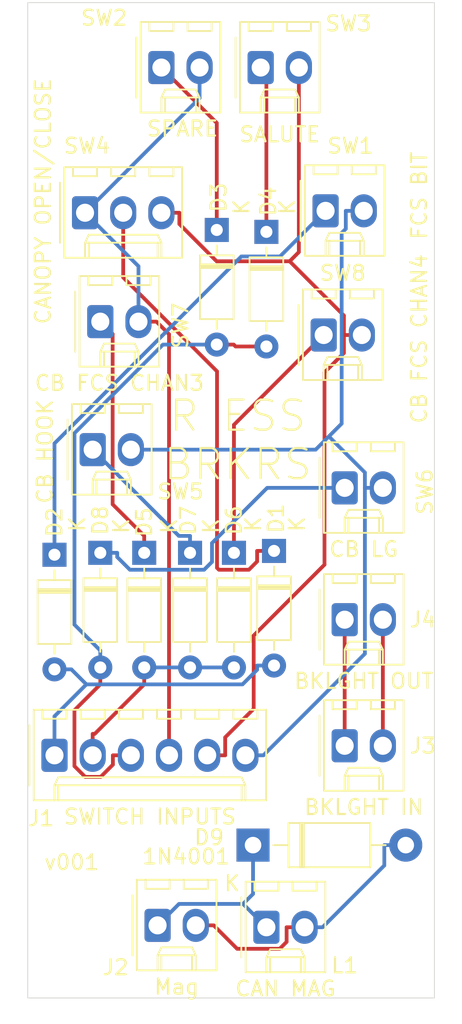
<source format=kicad_pcb>
(kicad_pcb (version 20171130) (host pcbnew "(5.1.5-0-10_14)")

  (general
    (thickness 1.6)
    (drawings 6)
    (tracks 119)
    (zones 0)
    (modules 26)
    (nets 19)
  )

  (page A4)
  (layers
    (0 F.Cu signal)
    (31 B.Cu signal)
    (32 B.Adhes user)
    (33 F.Adhes user)
    (34 B.Paste user)
    (35 F.Paste user)
    (36 B.SilkS user)
    (37 F.SilkS user)
    (38 B.Mask user)
    (39 F.Mask user)
    (40 Dwgs.User user)
    (41 Cmts.User user)
    (42 Eco1.User user)
    (43 Eco2.User user)
    (44 Edge.Cuts user)
    (45 Margin user)
    (46 B.CrtYd user)
    (47 F.CrtYd user)
    (48 B.Fab user)
    (49 F.Fab user)
  )

  (setup
    (last_trace_width 0.25)
    (trace_clearance 0.2)
    (zone_clearance 0.508)
    (zone_45_only no)
    (trace_min 0.2)
    (via_size 0.8)
    (via_drill 0.4)
    (via_min_size 0.4)
    (via_min_drill 0.3)
    (uvia_size 0.3)
    (uvia_drill 0.1)
    (uvias_allowed no)
    (uvia_min_size 0.2)
    (uvia_min_drill 0.1)
    (edge_width 0.05)
    (segment_width 0.2)
    (pcb_text_width 0.3)
    (pcb_text_size 1.5 1.5)
    (mod_edge_width 0.12)
    (mod_text_size 1 1)
    (mod_text_width 0.15)
    (pad_size 1.524 1.524)
    (pad_drill 0.762)
    (pad_to_mask_clearance 0.051)
    (solder_mask_min_width 0.25)
    (aux_axis_origin 0 0)
    (visible_elements FFFFFF7F)
    (pcbplotparams
      (layerselection 0x010fc_ffffffff)
      (usegerberextensions false)
      (usegerberattributes false)
      (usegerberadvancedattributes false)
      (creategerberjobfile false)
      (excludeedgelayer true)
      (linewidth 0.100000)
      (plotframeref false)
      (viasonmask false)
      (mode 1)
      (useauxorigin false)
      (hpglpennumber 1)
      (hpglpenspeed 20)
      (hpglpendiameter 15.000000)
      (psnegative false)
      (psa4output false)
      (plotreference true)
      (plotvalue true)
      (plotinvisibletext false)
      (padsonsilk false)
      (subtractmaskfromsilk false)
      (outputformat 1)
      (mirror false)
      (drillshape 0)
      (scaleselection 1)
      (outputdirectory "Manufacturing"))
  )

  (net 0 "")
  (net 1 /Col1)
  (net 2 "Net-(D1-Pad1)")
  (net 3 "Net-(D2-Pad1)")
  (net 4 /Col3)
  (net 5 "Net-(D3-Pad1)")
  (net 6 "Net-(D4-Pad1)")
  (net 7 /Col2)
  (net 8 "Net-(D5-Pad1)")
  (net 9 "Net-(D6-Pad1)")
  (net 10 "Net-(D7-Pad1)")
  (net 11 "Net-(D8-Pad1)")
  (net 12 "Net-(D9-Pad2)")
  (net 13 "Net-(D9-Pad1)")
  (net 14 /ROW3)
  (net 15 /ROW2)
  (net 16 /ROW1)
  (net 17 "Net-(J3-Pad2)")
  (net 18 "Net-(J3-Pad1)")

  (net_class Default "This is the default net class."
    (clearance 0.2)
    (trace_width 0.25)
    (via_dia 0.8)
    (via_drill 0.4)
    (uvia_dia 0.3)
    (uvia_drill 0.1)
    (add_net /Col1)
    (add_net /Col2)
    (add_net /Col3)
    (add_net /ROW1)
    (add_net /ROW2)
    (add_net /ROW3)
    (add_net "Net-(D1-Pad1)")
    (add_net "Net-(D2-Pad1)")
    (add_net "Net-(D3-Pad1)")
    (add_net "Net-(D4-Pad1)")
    (add_net "Net-(D5-Pad1)")
    (add_net "Net-(D6-Pad1)")
    (add_net "Net-(D7-Pad1)")
    (add_net "Net-(D8-Pad1)")
    (add_net "Net-(D9-Pad1)")
    (add_net "Net-(D9-Pad2)")
    (add_net "Net-(J3-Pad1)")
    (add_net "Net-(J3-Pad2)")
  )

  (module PT_Library_v001:Molex_1x02_P2.54mm_Vertical (layer F.Cu) (tedit 5B78013E) (tstamp 60693630)
    (at 106.934 110.998)
    (descr "Molex KK-254 Interconnect System, old/engineering part number: AE-6410-02A example for new part number: 22-27-2021, 2 Pins (http://www.molex.com/pdm_docs/sd/022272021_sd.pdf), generated with kicad-footprint-generator")
    (tags "connector Molex KK-254 side entry")
    (path /5FCC2F30)
    (fp_text reference SW8 (at 1.27 -4.12) (layer F.SilkS)
      (effects (font (size 1 1) (thickness 0.15)))
    )
    (fp_text value "CB FCS CHAN4" (at 6.35 0.254 90) (layer F.SilkS)
      (effects (font (size 1 1) (thickness 0.15)))
    )
    (fp_text user %R (at 1.27 -2.22) (layer F.Fab)
      (effects (font (size 1 1) (thickness 0.15)))
    )
    (fp_line (start 4.31 -3.42) (end -1.77 -3.42) (layer F.CrtYd) (width 0.05))
    (fp_line (start 4.31 3.38) (end 4.31 -3.42) (layer F.CrtYd) (width 0.05))
    (fp_line (start -1.77 3.38) (end 4.31 3.38) (layer F.CrtYd) (width 0.05))
    (fp_line (start -1.77 -3.42) (end -1.77 3.38) (layer F.CrtYd) (width 0.05))
    (fp_line (start 3.34 -2.43) (end 3.34 -3.03) (layer F.SilkS) (width 0.12))
    (fp_line (start 1.74 -2.43) (end 3.34 -2.43) (layer F.SilkS) (width 0.12))
    (fp_line (start 1.74 -3.03) (end 1.74 -2.43) (layer F.SilkS) (width 0.12))
    (fp_line (start 0.8 -2.43) (end 0.8 -3.03) (layer F.SilkS) (width 0.12))
    (fp_line (start -0.8 -2.43) (end 0.8 -2.43) (layer F.SilkS) (width 0.12))
    (fp_line (start -0.8 -3.03) (end -0.8 -2.43) (layer F.SilkS) (width 0.12))
    (fp_line (start 2.29 2.99) (end 2.29 1.99) (layer F.SilkS) (width 0.12))
    (fp_line (start 0.25 2.99) (end 0.25 1.99) (layer F.SilkS) (width 0.12))
    (fp_line (start 2.29 1.46) (end 2.54 1.99) (layer F.SilkS) (width 0.12))
    (fp_line (start 0.25 1.46) (end 2.29 1.46) (layer F.SilkS) (width 0.12))
    (fp_line (start 0 1.99) (end 0.25 1.46) (layer F.SilkS) (width 0.12))
    (fp_line (start 2.54 1.99) (end 2.54 2.99) (layer F.SilkS) (width 0.12))
    (fp_line (start 0 1.99) (end 2.54 1.99) (layer F.SilkS) (width 0.12))
    (fp_line (start 0 2.99) (end 0 1.99) (layer F.SilkS) (width 0.12))
    (fp_line (start -0.562893 0) (end -1.27 0.5) (layer F.Fab) (width 0.1))
    (fp_line (start -1.27 -0.5) (end -0.562893 0) (layer F.Fab) (width 0.1))
    (fp_line (start -1.67 -2) (end -1.67 2) (layer F.SilkS) (width 0.12))
    (fp_line (start 3.92 -3.03) (end -1.38 -3.03) (layer F.SilkS) (width 0.12))
    (fp_line (start 3.92 2.99) (end 3.92 -3.03) (layer F.SilkS) (width 0.12))
    (fp_line (start -1.38 2.99) (end 3.92 2.99) (layer F.SilkS) (width 0.12))
    (fp_line (start -1.38 -3.03) (end -1.38 2.99) (layer F.SilkS) (width 0.12))
    (fp_line (start 3.81 -2.92) (end -1.27 -2.92) (layer F.Fab) (width 0.1))
    (fp_line (start 3.81 2.88) (end 3.81 -2.92) (layer F.Fab) (width 0.1))
    (fp_line (start -1.27 2.88) (end 3.81 2.88) (layer F.Fab) (width 0.1))
    (fp_line (start -1.27 -2.92) (end -1.27 2.88) (layer F.Fab) (width 0.1))
    (pad 2 thru_hole oval (at 2.54 0) (size 1.74 2.2) (drill 1.2) (layers *.Cu *.Mask)
      (net 15 /ROW2))
    (pad 1 thru_hole roundrect (at 0 0) (size 1.74 2.2) (drill 1.2) (layers *.Cu *.Mask) (roundrect_rratio 0.143678)
      (net 9 "Net-(D6-Pad1)"))
    (model ${KISYS3DMOD}/Connector_Molex.3dshapes/Molex_KK-254_AE-6410-02A_1x02_P2.54mm_Vertical.wrl
      (at (xyz 0 0 0))
      (scale (xyz 1 1 1))
      (rotate (xyz 0 0 0))
    )
  )

  (module PT_Library_v001:Molex_1x02_P2.54mm_Vertical (layer F.Cu) (tedit 5B78013E) (tstamp 6069360C)
    (at 92.075 110.109)
    (descr "Molex KK-254 Interconnect System, old/engineering part number: AE-6410-02A example for new part number: 22-27-2021, 2 Pins (http://www.molex.com/pdm_docs/sd/022272021_sd.pdf), generated with kicad-footprint-generator")
    (tags "connector Molex KK-254 side entry")
    (path /5FC6A958)
    (fp_text reference SW7 (at 5.334 0.254 90) (layer F.SilkS)
      (effects (font (size 1 1) (thickness 0.15)))
    )
    (fp_text value "CB FCS CHAN3" (at 1.27 4.08) (layer F.SilkS)
      (effects (font (size 1 1) (thickness 0.15)))
    )
    (fp_text user %R (at 1.27 -2.22) (layer F.Fab)
      (effects (font (size 1 1) (thickness 0.15)))
    )
    (fp_line (start 4.31 -3.42) (end -1.77 -3.42) (layer F.CrtYd) (width 0.05))
    (fp_line (start 4.31 3.38) (end 4.31 -3.42) (layer F.CrtYd) (width 0.05))
    (fp_line (start -1.77 3.38) (end 4.31 3.38) (layer F.CrtYd) (width 0.05))
    (fp_line (start -1.77 -3.42) (end -1.77 3.38) (layer F.CrtYd) (width 0.05))
    (fp_line (start 3.34 -2.43) (end 3.34 -3.03) (layer F.SilkS) (width 0.12))
    (fp_line (start 1.74 -2.43) (end 3.34 -2.43) (layer F.SilkS) (width 0.12))
    (fp_line (start 1.74 -3.03) (end 1.74 -2.43) (layer F.SilkS) (width 0.12))
    (fp_line (start 0.8 -2.43) (end 0.8 -3.03) (layer F.SilkS) (width 0.12))
    (fp_line (start -0.8 -2.43) (end 0.8 -2.43) (layer F.SilkS) (width 0.12))
    (fp_line (start -0.8 -3.03) (end -0.8 -2.43) (layer F.SilkS) (width 0.12))
    (fp_line (start 2.29 2.99) (end 2.29 1.99) (layer F.SilkS) (width 0.12))
    (fp_line (start 0.25 2.99) (end 0.25 1.99) (layer F.SilkS) (width 0.12))
    (fp_line (start 2.29 1.46) (end 2.54 1.99) (layer F.SilkS) (width 0.12))
    (fp_line (start 0.25 1.46) (end 2.29 1.46) (layer F.SilkS) (width 0.12))
    (fp_line (start 0 1.99) (end 0.25 1.46) (layer F.SilkS) (width 0.12))
    (fp_line (start 2.54 1.99) (end 2.54 2.99) (layer F.SilkS) (width 0.12))
    (fp_line (start 0 1.99) (end 2.54 1.99) (layer F.SilkS) (width 0.12))
    (fp_line (start 0 2.99) (end 0 1.99) (layer F.SilkS) (width 0.12))
    (fp_line (start -0.562893 0) (end -1.27 0.5) (layer F.Fab) (width 0.1))
    (fp_line (start -1.27 -0.5) (end -0.562893 0) (layer F.Fab) (width 0.1))
    (fp_line (start -1.67 -2) (end -1.67 2) (layer F.SilkS) (width 0.12))
    (fp_line (start 3.92 -3.03) (end -1.38 -3.03) (layer F.SilkS) (width 0.12))
    (fp_line (start 3.92 2.99) (end 3.92 -3.03) (layer F.SilkS) (width 0.12))
    (fp_line (start -1.38 2.99) (end 3.92 2.99) (layer F.SilkS) (width 0.12))
    (fp_line (start -1.38 -3.03) (end -1.38 2.99) (layer F.SilkS) (width 0.12))
    (fp_line (start 3.81 -2.92) (end -1.27 -2.92) (layer F.Fab) (width 0.1))
    (fp_line (start 3.81 2.88) (end 3.81 -2.92) (layer F.Fab) (width 0.1))
    (fp_line (start -1.27 2.88) (end 3.81 2.88) (layer F.Fab) (width 0.1))
    (fp_line (start -1.27 -2.92) (end -1.27 2.88) (layer F.Fab) (width 0.1))
    (pad 2 thru_hole oval (at 2.54 0) (size 1.74 2.2) (drill 1.2) (layers *.Cu *.Mask)
      (net 16 /ROW1))
    (pad 1 thru_hole roundrect (at 0 0) (size 1.74 2.2) (drill 1.2) (layers *.Cu *.Mask) (roundrect_rratio 0.143678)
      (net 8 "Net-(D5-Pad1)"))
    (model ${KISYS3DMOD}/Connector_Molex.3dshapes/Molex_KK-254_AE-6410-02A_1x02_P2.54mm_Vertical.wrl
      (at (xyz 0 0 0))
      (scale (xyz 1 1 1))
      (rotate (xyz 0 0 0))
    )
  )

  (module PT_Library_v001:Molex_1x02_P2.54mm_Vertical (layer F.Cu) (tedit 5B78013E) (tstamp 606935E8)
    (at 108.331 121.158)
    (descr "Molex KK-254 Interconnect System, old/engineering part number: AE-6410-02A example for new part number: 22-27-2021, 2 Pins (http://www.molex.com/pdm_docs/sd/022272021_sd.pdf), generated with kicad-footprint-generator")
    (tags "connector Molex KK-254 side entry")
    (path /5FCC3BBC)
    (fp_text reference SW6 (at 5.334 0.254 90) (layer F.SilkS)
      (effects (font (size 1 1) (thickness 0.15)))
    )
    (fp_text value "CB LG" (at 1.27 4.08) (layer F.SilkS)
      (effects (font (size 1 1) (thickness 0.15)))
    )
    (fp_text user %R (at 1.27 -2.22) (layer F.Fab)
      (effects (font (size 1 1) (thickness 0.15)))
    )
    (fp_line (start 4.31 -3.42) (end -1.77 -3.42) (layer F.CrtYd) (width 0.05))
    (fp_line (start 4.31 3.38) (end 4.31 -3.42) (layer F.CrtYd) (width 0.05))
    (fp_line (start -1.77 3.38) (end 4.31 3.38) (layer F.CrtYd) (width 0.05))
    (fp_line (start -1.77 -3.42) (end -1.77 3.38) (layer F.CrtYd) (width 0.05))
    (fp_line (start 3.34 -2.43) (end 3.34 -3.03) (layer F.SilkS) (width 0.12))
    (fp_line (start 1.74 -2.43) (end 3.34 -2.43) (layer F.SilkS) (width 0.12))
    (fp_line (start 1.74 -3.03) (end 1.74 -2.43) (layer F.SilkS) (width 0.12))
    (fp_line (start 0.8 -2.43) (end 0.8 -3.03) (layer F.SilkS) (width 0.12))
    (fp_line (start -0.8 -2.43) (end 0.8 -2.43) (layer F.SilkS) (width 0.12))
    (fp_line (start -0.8 -3.03) (end -0.8 -2.43) (layer F.SilkS) (width 0.12))
    (fp_line (start 2.29 2.99) (end 2.29 1.99) (layer F.SilkS) (width 0.12))
    (fp_line (start 0.25 2.99) (end 0.25 1.99) (layer F.SilkS) (width 0.12))
    (fp_line (start 2.29 1.46) (end 2.54 1.99) (layer F.SilkS) (width 0.12))
    (fp_line (start 0.25 1.46) (end 2.29 1.46) (layer F.SilkS) (width 0.12))
    (fp_line (start 0 1.99) (end 0.25 1.46) (layer F.SilkS) (width 0.12))
    (fp_line (start 2.54 1.99) (end 2.54 2.99) (layer F.SilkS) (width 0.12))
    (fp_line (start 0 1.99) (end 2.54 1.99) (layer F.SilkS) (width 0.12))
    (fp_line (start 0 2.99) (end 0 1.99) (layer F.SilkS) (width 0.12))
    (fp_line (start -0.562893 0) (end -1.27 0.5) (layer F.Fab) (width 0.1))
    (fp_line (start -1.27 -0.5) (end -0.562893 0) (layer F.Fab) (width 0.1))
    (fp_line (start -1.67 -2) (end -1.67 2) (layer F.SilkS) (width 0.12))
    (fp_line (start 3.92 -3.03) (end -1.38 -3.03) (layer F.SilkS) (width 0.12))
    (fp_line (start 3.92 2.99) (end 3.92 -3.03) (layer F.SilkS) (width 0.12))
    (fp_line (start -1.38 2.99) (end 3.92 2.99) (layer F.SilkS) (width 0.12))
    (fp_line (start -1.38 -3.03) (end -1.38 2.99) (layer F.SilkS) (width 0.12))
    (fp_line (start 3.81 -2.92) (end -1.27 -2.92) (layer F.Fab) (width 0.1))
    (fp_line (start 3.81 2.88) (end 3.81 -2.92) (layer F.Fab) (width 0.1))
    (fp_line (start -1.27 2.88) (end 3.81 2.88) (layer F.Fab) (width 0.1))
    (fp_line (start -1.27 -2.92) (end -1.27 2.88) (layer F.Fab) (width 0.1))
    (pad 2 thru_hole oval (at 2.54 0) (size 1.74 2.2) (drill 1.2) (layers *.Cu *.Mask)
      (net 14 /ROW3))
    (pad 1 thru_hole roundrect (at 0 0) (size 1.74 2.2) (drill 1.2) (layers *.Cu *.Mask) (roundrect_rratio 0.143678)
      (net 11 "Net-(D8-Pad1)"))
    (model ${KISYS3DMOD}/Connector_Molex.3dshapes/Molex_KK-254_AE-6410-02A_1x02_P2.54mm_Vertical.wrl
      (at (xyz 0 0 0))
      (scale (xyz 1 1 1))
      (rotate (xyz 0 0 0))
    )
  )

  (module PT_Library_v001:Molex_1x02_P2.54mm_Vertical (layer F.Cu) (tedit 5B78013E) (tstamp 606935C4)
    (at 91.567 118.618)
    (descr "Molex KK-254 Interconnect System, old/engineering part number: AE-6410-02A example for new part number: 22-27-2021, 2 Pins (http://www.molex.com/pdm_docs/sd/022272021_sd.pdf), generated with kicad-footprint-generator")
    (tags "connector Molex KK-254 side entry")
    (path /5FCC3700)
    (fp_text reference SW5 (at 5.842 2.794) (layer F.SilkS)
      (effects (font (size 1 1) (thickness 0.15)))
    )
    (fp_text value "CB HOOK" (at -3.175 0.127 90) (layer F.SilkS)
      (effects (font (size 1 1) (thickness 0.15)))
    )
    (fp_text user %R (at 1.27 -2.22) (layer F.Fab)
      (effects (font (size 1 1) (thickness 0.15)))
    )
    (fp_line (start 4.31 -3.42) (end -1.77 -3.42) (layer F.CrtYd) (width 0.05))
    (fp_line (start 4.31 3.38) (end 4.31 -3.42) (layer F.CrtYd) (width 0.05))
    (fp_line (start -1.77 3.38) (end 4.31 3.38) (layer F.CrtYd) (width 0.05))
    (fp_line (start -1.77 -3.42) (end -1.77 3.38) (layer F.CrtYd) (width 0.05))
    (fp_line (start 3.34 -2.43) (end 3.34 -3.03) (layer F.SilkS) (width 0.12))
    (fp_line (start 1.74 -2.43) (end 3.34 -2.43) (layer F.SilkS) (width 0.12))
    (fp_line (start 1.74 -3.03) (end 1.74 -2.43) (layer F.SilkS) (width 0.12))
    (fp_line (start 0.8 -2.43) (end 0.8 -3.03) (layer F.SilkS) (width 0.12))
    (fp_line (start -0.8 -2.43) (end 0.8 -2.43) (layer F.SilkS) (width 0.12))
    (fp_line (start -0.8 -3.03) (end -0.8 -2.43) (layer F.SilkS) (width 0.12))
    (fp_line (start 2.29 2.99) (end 2.29 1.99) (layer F.SilkS) (width 0.12))
    (fp_line (start 0.25 2.99) (end 0.25 1.99) (layer F.SilkS) (width 0.12))
    (fp_line (start 2.29 1.46) (end 2.54 1.99) (layer F.SilkS) (width 0.12))
    (fp_line (start 0.25 1.46) (end 2.29 1.46) (layer F.SilkS) (width 0.12))
    (fp_line (start 0 1.99) (end 0.25 1.46) (layer F.SilkS) (width 0.12))
    (fp_line (start 2.54 1.99) (end 2.54 2.99) (layer F.SilkS) (width 0.12))
    (fp_line (start 0 1.99) (end 2.54 1.99) (layer F.SilkS) (width 0.12))
    (fp_line (start 0 2.99) (end 0 1.99) (layer F.SilkS) (width 0.12))
    (fp_line (start -0.562893 0) (end -1.27 0.5) (layer F.Fab) (width 0.1))
    (fp_line (start -1.27 -0.5) (end -0.562893 0) (layer F.Fab) (width 0.1))
    (fp_line (start -1.67 -2) (end -1.67 2) (layer F.SilkS) (width 0.12))
    (fp_line (start 3.92 -3.03) (end -1.38 -3.03) (layer F.SilkS) (width 0.12))
    (fp_line (start 3.92 2.99) (end 3.92 -3.03) (layer F.SilkS) (width 0.12))
    (fp_line (start -1.38 2.99) (end 3.92 2.99) (layer F.SilkS) (width 0.12))
    (fp_line (start -1.38 -3.03) (end -1.38 2.99) (layer F.SilkS) (width 0.12))
    (fp_line (start 3.81 -2.92) (end -1.27 -2.92) (layer F.Fab) (width 0.1))
    (fp_line (start 3.81 2.88) (end 3.81 -2.92) (layer F.Fab) (width 0.1))
    (fp_line (start -1.27 2.88) (end 3.81 2.88) (layer F.Fab) (width 0.1))
    (fp_line (start -1.27 -2.92) (end -1.27 2.88) (layer F.Fab) (width 0.1))
    (pad 2 thru_hole oval (at 2.54 0) (size 1.74 2.2) (drill 1.2) (layers *.Cu *.Mask)
      (net 14 /ROW3))
    (pad 1 thru_hole roundrect (at 0 0) (size 1.74 2.2) (drill 1.2) (layers *.Cu *.Mask) (roundrect_rratio 0.143678)
      (net 10 "Net-(D7-Pad1)"))
    (model ${KISYS3DMOD}/Connector_Molex.3dshapes/Molex_KK-254_AE-6410-02A_1x02_P2.54mm_Vertical.wrl
      (at (xyz 0 0 0))
      (scale (xyz 1 1 1))
      (rotate (xyz 0 0 0))
    )
  )

  (module PT_Library_v001:Molex_1x03_P2.54mm_Vertical (layer F.Cu) (tedit 5B78013E) (tstamp 606935A0)
    (at 91.059 102.87)
    (descr "Molex KK-254 Interconnect System, old/engineering part number: AE-6410-03A example for new part number: 22-27-2031, 3 Pins (http://www.molex.com/pdm_docs/sd/022272021_sd.pdf), generated with kicad-footprint-generator")
    (tags "connector Molex KK-254 side entry")
    (path /5FC1E955)
    (fp_text reference SW4 (at 0.127 -4.445) (layer F.SilkS)
      (effects (font (size 1 1) (thickness 0.15)))
    )
    (fp_text value "CANOPY OPEN/CLOSE" (at -2.794 -0.762 90) (layer F.SilkS)
      (effects (font (size 1 1) (thickness 0.15)))
    )
    (fp_text user %R (at 2.54 -2.22) (layer F.Fab)
      (effects (font (size 1 1) (thickness 0.15)))
    )
    (fp_line (start 6.85 -3.42) (end -1.77 -3.42) (layer F.CrtYd) (width 0.05))
    (fp_line (start 6.85 3.38) (end 6.85 -3.42) (layer F.CrtYd) (width 0.05))
    (fp_line (start -1.77 3.38) (end 6.85 3.38) (layer F.CrtYd) (width 0.05))
    (fp_line (start -1.77 -3.42) (end -1.77 3.38) (layer F.CrtYd) (width 0.05))
    (fp_line (start 5.88 -2.43) (end 5.88 -3.03) (layer F.SilkS) (width 0.12))
    (fp_line (start 4.28 -2.43) (end 5.88 -2.43) (layer F.SilkS) (width 0.12))
    (fp_line (start 4.28 -3.03) (end 4.28 -2.43) (layer F.SilkS) (width 0.12))
    (fp_line (start 3.34 -2.43) (end 3.34 -3.03) (layer F.SilkS) (width 0.12))
    (fp_line (start 1.74 -2.43) (end 3.34 -2.43) (layer F.SilkS) (width 0.12))
    (fp_line (start 1.74 -3.03) (end 1.74 -2.43) (layer F.SilkS) (width 0.12))
    (fp_line (start 0.8 -2.43) (end 0.8 -3.03) (layer F.SilkS) (width 0.12))
    (fp_line (start -0.8 -2.43) (end 0.8 -2.43) (layer F.SilkS) (width 0.12))
    (fp_line (start -0.8 -3.03) (end -0.8 -2.43) (layer F.SilkS) (width 0.12))
    (fp_line (start 4.83 2.99) (end 4.83 1.99) (layer F.SilkS) (width 0.12))
    (fp_line (start 0.25 2.99) (end 0.25 1.99) (layer F.SilkS) (width 0.12))
    (fp_line (start 4.83 1.46) (end 5.08 1.99) (layer F.SilkS) (width 0.12))
    (fp_line (start 0.25 1.46) (end 4.83 1.46) (layer F.SilkS) (width 0.12))
    (fp_line (start 0 1.99) (end 0.25 1.46) (layer F.SilkS) (width 0.12))
    (fp_line (start 5.08 1.99) (end 5.08 2.99) (layer F.SilkS) (width 0.12))
    (fp_line (start 0 1.99) (end 5.08 1.99) (layer F.SilkS) (width 0.12))
    (fp_line (start 0 2.99) (end 0 1.99) (layer F.SilkS) (width 0.12))
    (fp_line (start -0.562893 0) (end -1.27 0.5) (layer F.Fab) (width 0.1))
    (fp_line (start -1.27 -0.5) (end -0.562893 0) (layer F.Fab) (width 0.1))
    (fp_line (start -1.67 -2) (end -1.67 2) (layer F.SilkS) (width 0.12))
    (fp_line (start 6.46 -3.03) (end -1.38 -3.03) (layer F.SilkS) (width 0.12))
    (fp_line (start 6.46 2.99) (end 6.46 -3.03) (layer F.SilkS) (width 0.12))
    (fp_line (start -1.38 2.99) (end 6.46 2.99) (layer F.SilkS) (width 0.12))
    (fp_line (start -1.38 -3.03) (end -1.38 2.99) (layer F.SilkS) (width 0.12))
    (fp_line (start 6.35 -2.92) (end -1.27 -2.92) (layer F.Fab) (width 0.1))
    (fp_line (start 6.35 2.88) (end 6.35 -2.92) (layer F.Fab) (width 0.1))
    (fp_line (start -1.27 2.88) (end 6.35 2.88) (layer F.Fab) (width 0.1))
    (fp_line (start -1.27 -2.92) (end -1.27 2.88) (layer F.Fab) (width 0.1))
    (pad 3 thru_hole oval (at 5.08 0) (size 1.74 2.2) (drill 1.2) (layers *.Cu *.Mask)
      (net 15 /ROW2))
    (pad 2 thru_hole oval (at 2.54 0) (size 1.74 2.2) (drill 1.2) (layers *.Cu *.Mask)
      (net 2 "Net-(D1-Pad1)"))
    (pad 1 thru_hole roundrect (at 0 0) (size 1.74 2.2) (drill 1.2) (layers *.Cu *.Mask) (roundrect_rratio 0.143678)
      (net 16 /ROW1))
    (model ${KISYS3DMOD}/Connector_Molex.3dshapes/Molex_KK-254_AE-6410-03A_1x03_P2.54mm_Vertical.wrl
      (at (xyz 0 0 0))
      (scale (xyz 1 1 1))
      (rotate (xyz 0 0 0))
    )
  )

  (module PT_Library_v001:Molex_1x02_P2.54mm_Vertical (layer F.Cu) (tedit 5B78013E) (tstamp 60693578)
    (at 102.743 93.218)
    (descr "Molex KK-254 Interconnect System, old/engineering part number: AE-6410-02A example for new part number: 22-27-2021, 2 Pins (http://www.molex.com/pdm_docs/sd/022272021_sd.pdf), generated with kicad-footprint-generator")
    (tags "connector Molex KK-254 side entry")
    (path /6069976E)
    (fp_text reference SW3 (at 5.842 -2.921) (layer F.SilkS)
      (effects (font (size 1 1) (thickness 0.15)))
    )
    (fp_text value SALUTE (at 1.27 4.445) (layer F.SilkS)
      (effects (font (size 1 1) (thickness 0.15)))
    )
    (fp_text user %R (at 1.27 -2.22) (layer F.Fab)
      (effects (font (size 1 1) (thickness 0.15)))
    )
    (fp_line (start 4.31 -3.42) (end -1.77 -3.42) (layer F.CrtYd) (width 0.05))
    (fp_line (start 4.31 3.38) (end 4.31 -3.42) (layer F.CrtYd) (width 0.05))
    (fp_line (start -1.77 3.38) (end 4.31 3.38) (layer F.CrtYd) (width 0.05))
    (fp_line (start -1.77 -3.42) (end -1.77 3.38) (layer F.CrtYd) (width 0.05))
    (fp_line (start 3.34 -2.43) (end 3.34 -3.03) (layer F.SilkS) (width 0.12))
    (fp_line (start 1.74 -2.43) (end 3.34 -2.43) (layer F.SilkS) (width 0.12))
    (fp_line (start 1.74 -3.03) (end 1.74 -2.43) (layer F.SilkS) (width 0.12))
    (fp_line (start 0.8 -2.43) (end 0.8 -3.03) (layer F.SilkS) (width 0.12))
    (fp_line (start -0.8 -2.43) (end 0.8 -2.43) (layer F.SilkS) (width 0.12))
    (fp_line (start -0.8 -3.03) (end -0.8 -2.43) (layer F.SilkS) (width 0.12))
    (fp_line (start 2.29 2.99) (end 2.29 1.99) (layer F.SilkS) (width 0.12))
    (fp_line (start 0.25 2.99) (end 0.25 1.99) (layer F.SilkS) (width 0.12))
    (fp_line (start 2.29 1.46) (end 2.54 1.99) (layer F.SilkS) (width 0.12))
    (fp_line (start 0.25 1.46) (end 2.29 1.46) (layer F.SilkS) (width 0.12))
    (fp_line (start 0 1.99) (end 0.25 1.46) (layer F.SilkS) (width 0.12))
    (fp_line (start 2.54 1.99) (end 2.54 2.99) (layer F.SilkS) (width 0.12))
    (fp_line (start 0 1.99) (end 2.54 1.99) (layer F.SilkS) (width 0.12))
    (fp_line (start 0 2.99) (end 0 1.99) (layer F.SilkS) (width 0.12))
    (fp_line (start -0.562893 0) (end -1.27 0.5) (layer F.Fab) (width 0.1))
    (fp_line (start -1.27 -0.5) (end -0.562893 0) (layer F.Fab) (width 0.1))
    (fp_line (start -1.67 -2) (end -1.67 2) (layer F.SilkS) (width 0.12))
    (fp_line (start 3.92 -3.03) (end -1.38 -3.03) (layer F.SilkS) (width 0.12))
    (fp_line (start 3.92 2.99) (end 3.92 -3.03) (layer F.SilkS) (width 0.12))
    (fp_line (start -1.38 2.99) (end 3.92 2.99) (layer F.SilkS) (width 0.12))
    (fp_line (start -1.38 -3.03) (end -1.38 2.99) (layer F.SilkS) (width 0.12))
    (fp_line (start 3.81 -2.92) (end -1.27 -2.92) (layer F.Fab) (width 0.1))
    (fp_line (start 3.81 2.88) (end 3.81 -2.92) (layer F.Fab) (width 0.1))
    (fp_line (start -1.27 2.88) (end 3.81 2.88) (layer F.Fab) (width 0.1))
    (fp_line (start -1.27 -2.92) (end -1.27 2.88) (layer F.Fab) (width 0.1))
    (pad 2 thru_hole oval (at 2.54 0) (size 1.74 2.2) (drill 1.2) (layers *.Cu *.Mask)
      (net 15 /ROW2))
    (pad 1 thru_hole roundrect (at 0 0) (size 1.74 2.2) (drill 1.2) (layers *.Cu *.Mask) (roundrect_rratio 0.143678)
      (net 6 "Net-(D4-Pad1)"))
    (model ${KISYS3DMOD}/Connector_Molex.3dshapes/Molex_KK-254_AE-6410-02A_1x02_P2.54mm_Vertical.wrl
      (at (xyz 0 0 0))
      (scale (xyz 1 1 1))
      (rotate (xyz 0 0 0))
    )
  )

  (module PT_Library_v001:Molex_1x02_P2.54mm_Vertical (layer F.Cu) (tedit 5B78013E) (tstamp 60693554)
    (at 96.139 93.218)
    (descr "Molex KK-254 Interconnect System, old/engineering part number: AE-6410-02A example for new part number: 22-27-2021, 2 Pins (http://www.molex.com/pdm_docs/sd/022272021_sd.pdf), generated with kicad-footprint-generator")
    (tags "connector Molex KK-254 side entry")
    (path /60698B27)
    (fp_text reference SW2 (at -3.81 -3.302) (layer F.SilkS)
      (effects (font (size 1 1) (thickness 0.15)))
    )
    (fp_text value SPARE (at 1.397 4.064) (layer F.SilkS)
      (effects (font (size 1 1) (thickness 0.15)))
    )
    (fp_text user %R (at 1.27 -2.22) (layer F.Fab)
      (effects (font (size 1 1) (thickness 0.15)))
    )
    (fp_line (start 4.31 -3.42) (end -1.77 -3.42) (layer F.CrtYd) (width 0.05))
    (fp_line (start 4.31 3.38) (end 4.31 -3.42) (layer F.CrtYd) (width 0.05))
    (fp_line (start -1.77 3.38) (end 4.31 3.38) (layer F.CrtYd) (width 0.05))
    (fp_line (start -1.77 -3.42) (end -1.77 3.38) (layer F.CrtYd) (width 0.05))
    (fp_line (start 3.34 -2.43) (end 3.34 -3.03) (layer F.SilkS) (width 0.12))
    (fp_line (start 1.74 -2.43) (end 3.34 -2.43) (layer F.SilkS) (width 0.12))
    (fp_line (start 1.74 -3.03) (end 1.74 -2.43) (layer F.SilkS) (width 0.12))
    (fp_line (start 0.8 -2.43) (end 0.8 -3.03) (layer F.SilkS) (width 0.12))
    (fp_line (start -0.8 -2.43) (end 0.8 -2.43) (layer F.SilkS) (width 0.12))
    (fp_line (start -0.8 -3.03) (end -0.8 -2.43) (layer F.SilkS) (width 0.12))
    (fp_line (start 2.29 2.99) (end 2.29 1.99) (layer F.SilkS) (width 0.12))
    (fp_line (start 0.25 2.99) (end 0.25 1.99) (layer F.SilkS) (width 0.12))
    (fp_line (start 2.29 1.46) (end 2.54 1.99) (layer F.SilkS) (width 0.12))
    (fp_line (start 0.25 1.46) (end 2.29 1.46) (layer F.SilkS) (width 0.12))
    (fp_line (start 0 1.99) (end 0.25 1.46) (layer F.SilkS) (width 0.12))
    (fp_line (start 2.54 1.99) (end 2.54 2.99) (layer F.SilkS) (width 0.12))
    (fp_line (start 0 1.99) (end 2.54 1.99) (layer F.SilkS) (width 0.12))
    (fp_line (start 0 2.99) (end 0 1.99) (layer F.SilkS) (width 0.12))
    (fp_line (start -0.562893 0) (end -1.27 0.5) (layer F.Fab) (width 0.1))
    (fp_line (start -1.27 -0.5) (end -0.562893 0) (layer F.Fab) (width 0.1))
    (fp_line (start -1.67 -2) (end -1.67 2) (layer F.SilkS) (width 0.12))
    (fp_line (start 3.92 -3.03) (end -1.38 -3.03) (layer F.SilkS) (width 0.12))
    (fp_line (start 3.92 2.99) (end 3.92 -3.03) (layer F.SilkS) (width 0.12))
    (fp_line (start -1.38 2.99) (end 3.92 2.99) (layer F.SilkS) (width 0.12))
    (fp_line (start -1.38 -3.03) (end -1.38 2.99) (layer F.SilkS) (width 0.12))
    (fp_line (start 3.81 -2.92) (end -1.27 -2.92) (layer F.Fab) (width 0.1))
    (fp_line (start 3.81 2.88) (end 3.81 -2.92) (layer F.Fab) (width 0.1))
    (fp_line (start -1.27 2.88) (end 3.81 2.88) (layer F.Fab) (width 0.1))
    (fp_line (start -1.27 -2.92) (end -1.27 2.88) (layer F.Fab) (width 0.1))
    (pad 2 thru_hole oval (at 2.54 0) (size 1.74 2.2) (drill 1.2) (layers *.Cu *.Mask)
      (net 16 /ROW1))
    (pad 1 thru_hole roundrect (at 0 0) (size 1.74 2.2) (drill 1.2) (layers *.Cu *.Mask) (roundrect_rratio 0.143678)
      (net 5 "Net-(D3-Pad1)"))
    (model ${KISYS3DMOD}/Connector_Molex.3dshapes/Molex_KK-254_AE-6410-02A_1x02_P2.54mm_Vertical.wrl
      (at (xyz 0 0 0))
      (scale (xyz 1 1 1))
      (rotate (xyz 0 0 0))
    )
  )

  (module PT_Library_v001:Molex_1x02_P2.54mm_Vertical (layer F.Cu) (tedit 5B78013E) (tstamp 60693530)
    (at 107.061 102.743)
    (descr "Molex KK-254 Interconnect System, old/engineering part number: AE-6410-02A example for new part number: 22-27-2021, 2 Pins (http://www.molex.com/pdm_docs/sd/022272021_sd.pdf), generated with kicad-footprint-generator")
    (tags "connector Molex KK-254 side entry")
    (path /5FC61E34)
    (fp_text reference SW1 (at 1.651 -4.318) (layer F.SilkS)
      (effects (font (size 1 1) (thickness 0.15)))
    )
    (fp_text value "FCS BIT" (at 6.223 -1.016 90) (layer F.SilkS)
      (effects (font (size 1 1) (thickness 0.15)))
    )
    (fp_text user %R (at 1.27 -2.22) (layer F.Fab)
      (effects (font (size 1 1) (thickness 0.15)))
    )
    (fp_line (start 4.31 -3.42) (end -1.77 -3.42) (layer F.CrtYd) (width 0.05))
    (fp_line (start 4.31 3.38) (end 4.31 -3.42) (layer F.CrtYd) (width 0.05))
    (fp_line (start -1.77 3.38) (end 4.31 3.38) (layer F.CrtYd) (width 0.05))
    (fp_line (start -1.77 -3.42) (end -1.77 3.38) (layer F.CrtYd) (width 0.05))
    (fp_line (start 3.34 -2.43) (end 3.34 -3.03) (layer F.SilkS) (width 0.12))
    (fp_line (start 1.74 -2.43) (end 3.34 -2.43) (layer F.SilkS) (width 0.12))
    (fp_line (start 1.74 -3.03) (end 1.74 -2.43) (layer F.SilkS) (width 0.12))
    (fp_line (start 0.8 -2.43) (end 0.8 -3.03) (layer F.SilkS) (width 0.12))
    (fp_line (start -0.8 -2.43) (end 0.8 -2.43) (layer F.SilkS) (width 0.12))
    (fp_line (start -0.8 -3.03) (end -0.8 -2.43) (layer F.SilkS) (width 0.12))
    (fp_line (start 2.29 2.99) (end 2.29 1.99) (layer F.SilkS) (width 0.12))
    (fp_line (start 0.25 2.99) (end 0.25 1.99) (layer F.SilkS) (width 0.12))
    (fp_line (start 2.29 1.46) (end 2.54 1.99) (layer F.SilkS) (width 0.12))
    (fp_line (start 0.25 1.46) (end 2.29 1.46) (layer F.SilkS) (width 0.12))
    (fp_line (start 0 1.99) (end 0.25 1.46) (layer F.SilkS) (width 0.12))
    (fp_line (start 2.54 1.99) (end 2.54 2.99) (layer F.SilkS) (width 0.12))
    (fp_line (start 0 1.99) (end 2.54 1.99) (layer F.SilkS) (width 0.12))
    (fp_line (start 0 2.99) (end 0 1.99) (layer F.SilkS) (width 0.12))
    (fp_line (start -0.562893 0) (end -1.27 0.5) (layer F.Fab) (width 0.1))
    (fp_line (start -1.27 -0.5) (end -0.562893 0) (layer F.Fab) (width 0.1))
    (fp_line (start -1.67 -2) (end -1.67 2) (layer F.SilkS) (width 0.12))
    (fp_line (start 3.92 -3.03) (end -1.38 -3.03) (layer F.SilkS) (width 0.12))
    (fp_line (start 3.92 2.99) (end 3.92 -3.03) (layer F.SilkS) (width 0.12))
    (fp_line (start -1.38 2.99) (end 3.92 2.99) (layer F.SilkS) (width 0.12))
    (fp_line (start -1.38 -3.03) (end -1.38 2.99) (layer F.SilkS) (width 0.12))
    (fp_line (start 3.81 -2.92) (end -1.27 -2.92) (layer F.Fab) (width 0.1))
    (fp_line (start 3.81 2.88) (end 3.81 -2.92) (layer F.Fab) (width 0.1))
    (fp_line (start -1.27 2.88) (end 3.81 2.88) (layer F.Fab) (width 0.1))
    (fp_line (start -1.27 -2.92) (end -1.27 2.88) (layer F.Fab) (width 0.1))
    (pad 2 thru_hole oval (at 2.54 0) (size 1.74 2.2) (drill 1.2) (layers *.Cu *.Mask)
      (net 14 /ROW3))
    (pad 1 thru_hole roundrect (at 0 0) (size 1.74 2.2) (drill 1.2) (layers *.Cu *.Mask) (roundrect_rratio 0.143678)
      (net 3 "Net-(D2-Pad1)"))
    (model ${KISYS3DMOD}/Connector_Molex.3dshapes/Molex_KK-254_AE-6410-02A_1x02_P2.54mm_Vertical.wrl
      (at (xyz 0 0 0))
      (scale (xyz 1 1 1))
      (rotate (xyz 0 0 0))
    )
  )

  (module PT_Library_v001:Molex_1x02_P2.54mm_Vertical (layer F.Cu) (tedit 5B78013E) (tstamp 6069350C)
    (at 103.124 150.368)
    (descr "Molex KK-254 Interconnect System, old/engineering part number: AE-6410-02A example for new part number: 22-27-2021, 2 Pins (http://www.molex.com/pdm_docs/sd/022272021_sd.pdf), generated with kicad-footprint-generator")
    (tags "connector Molex KK-254 side entry")
    (path /606BCD7B)
    (fp_text reference L1 (at 5.207 2.54) (layer F.SilkS)
      (effects (font (size 1 1) (thickness 0.15)))
    )
    (fp_text value "CAN MAG" (at 1.27 4.08) (layer F.SilkS)
      (effects (font (size 1 1) (thickness 0.15)))
    )
    (fp_text user %R (at 1.27 -2.22) (layer F.Fab)
      (effects (font (size 1 1) (thickness 0.15)))
    )
    (fp_line (start 4.31 -3.42) (end -1.77 -3.42) (layer F.CrtYd) (width 0.05))
    (fp_line (start 4.31 3.38) (end 4.31 -3.42) (layer F.CrtYd) (width 0.05))
    (fp_line (start -1.77 3.38) (end 4.31 3.38) (layer F.CrtYd) (width 0.05))
    (fp_line (start -1.77 -3.42) (end -1.77 3.38) (layer F.CrtYd) (width 0.05))
    (fp_line (start 3.34 -2.43) (end 3.34 -3.03) (layer F.SilkS) (width 0.12))
    (fp_line (start 1.74 -2.43) (end 3.34 -2.43) (layer F.SilkS) (width 0.12))
    (fp_line (start 1.74 -3.03) (end 1.74 -2.43) (layer F.SilkS) (width 0.12))
    (fp_line (start 0.8 -2.43) (end 0.8 -3.03) (layer F.SilkS) (width 0.12))
    (fp_line (start -0.8 -2.43) (end 0.8 -2.43) (layer F.SilkS) (width 0.12))
    (fp_line (start -0.8 -3.03) (end -0.8 -2.43) (layer F.SilkS) (width 0.12))
    (fp_line (start 2.29 2.99) (end 2.29 1.99) (layer F.SilkS) (width 0.12))
    (fp_line (start 0.25 2.99) (end 0.25 1.99) (layer F.SilkS) (width 0.12))
    (fp_line (start 2.29 1.46) (end 2.54 1.99) (layer F.SilkS) (width 0.12))
    (fp_line (start 0.25 1.46) (end 2.29 1.46) (layer F.SilkS) (width 0.12))
    (fp_line (start 0 1.99) (end 0.25 1.46) (layer F.SilkS) (width 0.12))
    (fp_line (start 2.54 1.99) (end 2.54 2.99) (layer F.SilkS) (width 0.12))
    (fp_line (start 0 1.99) (end 2.54 1.99) (layer F.SilkS) (width 0.12))
    (fp_line (start 0 2.99) (end 0 1.99) (layer F.SilkS) (width 0.12))
    (fp_line (start -0.562893 0) (end -1.27 0.5) (layer F.Fab) (width 0.1))
    (fp_line (start -1.27 -0.5) (end -0.562893 0) (layer F.Fab) (width 0.1))
    (fp_line (start -1.67 -2) (end -1.67 2) (layer F.SilkS) (width 0.12))
    (fp_line (start 3.92 -3.03) (end -1.38 -3.03) (layer F.SilkS) (width 0.12))
    (fp_line (start 3.92 2.99) (end 3.92 -3.03) (layer F.SilkS) (width 0.12))
    (fp_line (start -1.38 2.99) (end 3.92 2.99) (layer F.SilkS) (width 0.12))
    (fp_line (start -1.38 -3.03) (end -1.38 2.99) (layer F.SilkS) (width 0.12))
    (fp_line (start 3.81 -2.92) (end -1.27 -2.92) (layer F.Fab) (width 0.1))
    (fp_line (start 3.81 2.88) (end 3.81 -2.92) (layer F.Fab) (width 0.1))
    (fp_line (start -1.27 2.88) (end 3.81 2.88) (layer F.Fab) (width 0.1))
    (fp_line (start -1.27 -2.92) (end -1.27 2.88) (layer F.Fab) (width 0.1))
    (pad 2 thru_hole oval (at 2.54 0) (size 1.74 2.2) (drill 1.2) (layers *.Cu *.Mask)
      (net 12 "Net-(D9-Pad2)"))
    (pad 1 thru_hole roundrect (at 0 0) (size 1.74 2.2) (drill 1.2) (layers *.Cu *.Mask) (roundrect_rratio 0.143678)
      (net 13 "Net-(D9-Pad1)"))
    (model ${KISYS3DMOD}/Connector_Molex.3dshapes/Molex_KK-254_AE-6410-02A_1x02_P2.54mm_Vertical.wrl
      (at (xyz 0 0 0))
      (scale (xyz 1 1 1))
      (rotate (xyz 0 0 0))
    )
  )

  (module PT_Library_v001:Molex_1x02_P2.54mm_Vertical (layer F.Cu) (tedit 5B78013E) (tstamp 606934E8)
    (at 108.331 129.921)
    (descr "Molex KK-254 Interconnect System, old/engineering part number: AE-6410-02A example for new part number: 22-27-2021, 2 Pins (http://www.molex.com/pdm_docs/sd/022272021_sd.pdf), generated with kicad-footprint-generator")
    (tags "connector Molex KK-254 side entry")
    (path /5FCCF872)
    (fp_text reference J4 (at 5.207 0) (layer F.SilkS)
      (effects (font (size 1 1) (thickness 0.15)))
    )
    (fp_text value "BKLGHT OUT" (at 1.27 4.08) (layer F.SilkS)
      (effects (font (size 1 1) (thickness 0.15)))
    )
    (fp_text user %R (at 1.27 -2.22) (layer F.Fab)
      (effects (font (size 1 1) (thickness 0.15)))
    )
    (fp_line (start 4.31 -3.42) (end -1.77 -3.42) (layer F.CrtYd) (width 0.05))
    (fp_line (start 4.31 3.38) (end 4.31 -3.42) (layer F.CrtYd) (width 0.05))
    (fp_line (start -1.77 3.38) (end 4.31 3.38) (layer F.CrtYd) (width 0.05))
    (fp_line (start -1.77 -3.42) (end -1.77 3.38) (layer F.CrtYd) (width 0.05))
    (fp_line (start 3.34 -2.43) (end 3.34 -3.03) (layer F.SilkS) (width 0.12))
    (fp_line (start 1.74 -2.43) (end 3.34 -2.43) (layer F.SilkS) (width 0.12))
    (fp_line (start 1.74 -3.03) (end 1.74 -2.43) (layer F.SilkS) (width 0.12))
    (fp_line (start 0.8 -2.43) (end 0.8 -3.03) (layer F.SilkS) (width 0.12))
    (fp_line (start -0.8 -2.43) (end 0.8 -2.43) (layer F.SilkS) (width 0.12))
    (fp_line (start -0.8 -3.03) (end -0.8 -2.43) (layer F.SilkS) (width 0.12))
    (fp_line (start 2.29 2.99) (end 2.29 1.99) (layer F.SilkS) (width 0.12))
    (fp_line (start 0.25 2.99) (end 0.25 1.99) (layer F.SilkS) (width 0.12))
    (fp_line (start 2.29 1.46) (end 2.54 1.99) (layer F.SilkS) (width 0.12))
    (fp_line (start 0.25 1.46) (end 2.29 1.46) (layer F.SilkS) (width 0.12))
    (fp_line (start 0 1.99) (end 0.25 1.46) (layer F.SilkS) (width 0.12))
    (fp_line (start 2.54 1.99) (end 2.54 2.99) (layer F.SilkS) (width 0.12))
    (fp_line (start 0 1.99) (end 2.54 1.99) (layer F.SilkS) (width 0.12))
    (fp_line (start 0 2.99) (end 0 1.99) (layer F.SilkS) (width 0.12))
    (fp_line (start -0.562893 0) (end -1.27 0.5) (layer F.Fab) (width 0.1))
    (fp_line (start -1.27 -0.5) (end -0.562893 0) (layer F.Fab) (width 0.1))
    (fp_line (start -1.67 -2) (end -1.67 2) (layer F.SilkS) (width 0.12))
    (fp_line (start 3.92 -3.03) (end -1.38 -3.03) (layer F.SilkS) (width 0.12))
    (fp_line (start 3.92 2.99) (end 3.92 -3.03) (layer F.SilkS) (width 0.12))
    (fp_line (start -1.38 2.99) (end 3.92 2.99) (layer F.SilkS) (width 0.12))
    (fp_line (start -1.38 -3.03) (end -1.38 2.99) (layer F.SilkS) (width 0.12))
    (fp_line (start 3.81 -2.92) (end -1.27 -2.92) (layer F.Fab) (width 0.1))
    (fp_line (start 3.81 2.88) (end 3.81 -2.92) (layer F.Fab) (width 0.1))
    (fp_line (start -1.27 2.88) (end 3.81 2.88) (layer F.Fab) (width 0.1))
    (fp_line (start -1.27 -2.92) (end -1.27 2.88) (layer F.Fab) (width 0.1))
    (pad 2 thru_hole oval (at 2.54 0) (size 1.74 2.2) (drill 1.2) (layers *.Cu *.Mask)
      (net 17 "Net-(J3-Pad2)"))
    (pad 1 thru_hole roundrect (at 0 0) (size 1.74 2.2) (drill 1.2) (layers *.Cu *.Mask) (roundrect_rratio 0.143678)
      (net 18 "Net-(J3-Pad1)"))
    (model ${KISYS3DMOD}/Connector_Molex.3dshapes/Molex_KK-254_AE-6410-02A_1x02_P2.54mm_Vertical.wrl
      (at (xyz 0 0 0))
      (scale (xyz 1 1 1))
      (rotate (xyz 0 0 0))
    )
  )

  (module PT_Library_v001:Molex_1x02_P2.54mm_Vertical (layer F.Cu) (tedit 5B78013E) (tstamp 606934C4)
    (at 108.331 138.303)
    (descr "Molex KK-254 Interconnect System, old/engineering part number: AE-6410-02A example for new part number: 22-27-2021, 2 Pins (http://www.molex.com/pdm_docs/sd/022272021_sd.pdf), generated with kicad-footprint-generator")
    (tags "connector Molex KK-254 side entry")
    (path /5FCCFB41)
    (fp_text reference J3 (at 5.207 0) (layer F.SilkS)
      (effects (font (size 1 1) (thickness 0.15)))
    )
    (fp_text value "BKLGHT IN" (at 1.27 4.08) (layer F.SilkS)
      (effects (font (size 1 1) (thickness 0.15)))
    )
    (fp_text user %R (at 1.27 -2.22) (layer F.Fab)
      (effects (font (size 1 1) (thickness 0.15)))
    )
    (fp_line (start 4.31 -3.42) (end -1.77 -3.42) (layer F.CrtYd) (width 0.05))
    (fp_line (start 4.31 3.38) (end 4.31 -3.42) (layer F.CrtYd) (width 0.05))
    (fp_line (start -1.77 3.38) (end 4.31 3.38) (layer F.CrtYd) (width 0.05))
    (fp_line (start -1.77 -3.42) (end -1.77 3.38) (layer F.CrtYd) (width 0.05))
    (fp_line (start 3.34 -2.43) (end 3.34 -3.03) (layer F.SilkS) (width 0.12))
    (fp_line (start 1.74 -2.43) (end 3.34 -2.43) (layer F.SilkS) (width 0.12))
    (fp_line (start 1.74 -3.03) (end 1.74 -2.43) (layer F.SilkS) (width 0.12))
    (fp_line (start 0.8 -2.43) (end 0.8 -3.03) (layer F.SilkS) (width 0.12))
    (fp_line (start -0.8 -2.43) (end 0.8 -2.43) (layer F.SilkS) (width 0.12))
    (fp_line (start -0.8 -3.03) (end -0.8 -2.43) (layer F.SilkS) (width 0.12))
    (fp_line (start 2.29 2.99) (end 2.29 1.99) (layer F.SilkS) (width 0.12))
    (fp_line (start 0.25 2.99) (end 0.25 1.99) (layer F.SilkS) (width 0.12))
    (fp_line (start 2.29 1.46) (end 2.54 1.99) (layer F.SilkS) (width 0.12))
    (fp_line (start 0.25 1.46) (end 2.29 1.46) (layer F.SilkS) (width 0.12))
    (fp_line (start 0 1.99) (end 0.25 1.46) (layer F.SilkS) (width 0.12))
    (fp_line (start 2.54 1.99) (end 2.54 2.99) (layer F.SilkS) (width 0.12))
    (fp_line (start 0 1.99) (end 2.54 1.99) (layer F.SilkS) (width 0.12))
    (fp_line (start 0 2.99) (end 0 1.99) (layer F.SilkS) (width 0.12))
    (fp_line (start -0.562893 0) (end -1.27 0.5) (layer F.Fab) (width 0.1))
    (fp_line (start -1.27 -0.5) (end -0.562893 0) (layer F.Fab) (width 0.1))
    (fp_line (start -1.67 -2) (end -1.67 2) (layer F.SilkS) (width 0.12))
    (fp_line (start 3.92 -3.03) (end -1.38 -3.03) (layer F.SilkS) (width 0.12))
    (fp_line (start 3.92 2.99) (end 3.92 -3.03) (layer F.SilkS) (width 0.12))
    (fp_line (start -1.38 2.99) (end 3.92 2.99) (layer F.SilkS) (width 0.12))
    (fp_line (start -1.38 -3.03) (end -1.38 2.99) (layer F.SilkS) (width 0.12))
    (fp_line (start 3.81 -2.92) (end -1.27 -2.92) (layer F.Fab) (width 0.1))
    (fp_line (start 3.81 2.88) (end 3.81 -2.92) (layer F.Fab) (width 0.1))
    (fp_line (start -1.27 2.88) (end 3.81 2.88) (layer F.Fab) (width 0.1))
    (fp_line (start -1.27 -2.92) (end -1.27 2.88) (layer F.Fab) (width 0.1))
    (pad 2 thru_hole oval (at 2.54 0) (size 1.74 2.2) (drill 1.2) (layers *.Cu *.Mask)
      (net 17 "Net-(J3-Pad2)"))
    (pad 1 thru_hole roundrect (at 0 0) (size 1.74 2.2) (drill 1.2) (layers *.Cu *.Mask) (roundrect_rratio 0.143678)
      (net 18 "Net-(J3-Pad1)"))
    (model ${KISYS3DMOD}/Connector_Molex.3dshapes/Molex_KK-254_AE-6410-02A_1x02_P2.54mm_Vertical.wrl
      (at (xyz 0 0 0))
      (scale (xyz 1 1 1))
      (rotate (xyz 0 0 0))
    )
  )

  (module PT_Library_v001:Molex_1x02_P2.54mm_Vertical (layer F.Cu) (tedit 5B78013E) (tstamp 606934A0)
    (at 95.885 150.241)
    (descr "Molex KK-254 Interconnect System, old/engineering part number: AE-6410-02A example for new part number: 22-27-2021, 2 Pins (http://www.molex.com/pdm_docs/sd/022272021_sd.pdf), generated with kicad-footprint-generator")
    (tags "connector Molex KK-254 side entry")
    (path /606BF0B4)
    (fp_text reference J2 (at -2.794 2.794) (layer F.SilkS)
      (effects (font (size 1 1) (thickness 0.15)))
    )
    (fp_text value Mag (at 1.27 4.08) (layer F.SilkS)
      (effects (font (size 1 1) (thickness 0.15)))
    )
    (fp_text user %R (at 1.27 -2.22) (layer F.Fab)
      (effects (font (size 1 1) (thickness 0.15)))
    )
    (fp_line (start 4.31 -3.42) (end -1.77 -3.42) (layer F.CrtYd) (width 0.05))
    (fp_line (start 4.31 3.38) (end 4.31 -3.42) (layer F.CrtYd) (width 0.05))
    (fp_line (start -1.77 3.38) (end 4.31 3.38) (layer F.CrtYd) (width 0.05))
    (fp_line (start -1.77 -3.42) (end -1.77 3.38) (layer F.CrtYd) (width 0.05))
    (fp_line (start 3.34 -2.43) (end 3.34 -3.03) (layer F.SilkS) (width 0.12))
    (fp_line (start 1.74 -2.43) (end 3.34 -2.43) (layer F.SilkS) (width 0.12))
    (fp_line (start 1.74 -3.03) (end 1.74 -2.43) (layer F.SilkS) (width 0.12))
    (fp_line (start 0.8 -2.43) (end 0.8 -3.03) (layer F.SilkS) (width 0.12))
    (fp_line (start -0.8 -2.43) (end 0.8 -2.43) (layer F.SilkS) (width 0.12))
    (fp_line (start -0.8 -3.03) (end -0.8 -2.43) (layer F.SilkS) (width 0.12))
    (fp_line (start 2.29 2.99) (end 2.29 1.99) (layer F.SilkS) (width 0.12))
    (fp_line (start 0.25 2.99) (end 0.25 1.99) (layer F.SilkS) (width 0.12))
    (fp_line (start 2.29 1.46) (end 2.54 1.99) (layer F.SilkS) (width 0.12))
    (fp_line (start 0.25 1.46) (end 2.29 1.46) (layer F.SilkS) (width 0.12))
    (fp_line (start 0 1.99) (end 0.25 1.46) (layer F.SilkS) (width 0.12))
    (fp_line (start 2.54 1.99) (end 2.54 2.99) (layer F.SilkS) (width 0.12))
    (fp_line (start 0 1.99) (end 2.54 1.99) (layer F.SilkS) (width 0.12))
    (fp_line (start 0 2.99) (end 0 1.99) (layer F.SilkS) (width 0.12))
    (fp_line (start -0.562893 0) (end -1.27 0.5) (layer F.Fab) (width 0.1))
    (fp_line (start -1.27 -0.5) (end -0.562893 0) (layer F.Fab) (width 0.1))
    (fp_line (start -1.67 -2) (end -1.67 2) (layer F.SilkS) (width 0.12))
    (fp_line (start 3.92 -3.03) (end -1.38 -3.03) (layer F.SilkS) (width 0.12))
    (fp_line (start 3.92 2.99) (end 3.92 -3.03) (layer F.SilkS) (width 0.12))
    (fp_line (start -1.38 2.99) (end 3.92 2.99) (layer F.SilkS) (width 0.12))
    (fp_line (start -1.38 -3.03) (end -1.38 2.99) (layer F.SilkS) (width 0.12))
    (fp_line (start 3.81 -2.92) (end -1.27 -2.92) (layer F.Fab) (width 0.1))
    (fp_line (start 3.81 2.88) (end 3.81 -2.92) (layer F.Fab) (width 0.1))
    (fp_line (start -1.27 2.88) (end 3.81 2.88) (layer F.Fab) (width 0.1))
    (fp_line (start -1.27 -2.92) (end -1.27 2.88) (layer F.Fab) (width 0.1))
    (pad 2 thru_hole oval (at 2.54 0) (size 1.74 2.2) (drill 1.2) (layers *.Cu *.Mask)
      (net 12 "Net-(D9-Pad2)"))
    (pad 1 thru_hole roundrect (at 0 0) (size 1.74 2.2) (drill 1.2) (layers *.Cu *.Mask) (roundrect_rratio 0.143678)
      (net 13 "Net-(D9-Pad1)"))
    (model ${KISYS3DMOD}/Connector_Molex.3dshapes/Molex_KK-254_AE-6410-02A_1x02_P2.54mm_Vertical.wrl
      (at (xyz 0 0 0))
      (scale (xyz 1 1 1))
      (rotate (xyz 0 0 0))
    )
  )

  (module PT_Library_v001:Molex_1x06_P2.54mm_Vertical (layer F.Cu) (tedit 5B78013E) (tstamp 6069347C)
    (at 89.027 138.938)
    (descr "Molex KK-254 Interconnect System, old/engineering part number: AE-6410-06A example for new part number: 22-27-2061, 6 Pins (http://www.molex.com/pdm_docs/sd/022272021_sd.pdf), generated with kicad-footprint-generator")
    (tags "connector Molex KK-254 side entry")
    (path /6069CA77)
    (fp_text reference J1 (at -0.889 4.191) (layer F.SilkS)
      (effects (font (size 1 1) (thickness 0.15)))
    )
    (fp_text value "SWITCH INPUTS" (at 6.35 4.08) (layer F.SilkS)
      (effects (font (size 1 1) (thickness 0.15)))
    )
    (fp_text user %R (at 6.35 -2.22) (layer F.Fab)
      (effects (font (size 1 1) (thickness 0.15)))
    )
    (fp_line (start 14.47 -3.42) (end -1.77 -3.42) (layer F.CrtYd) (width 0.05))
    (fp_line (start 14.47 3.38) (end 14.47 -3.42) (layer F.CrtYd) (width 0.05))
    (fp_line (start -1.77 3.38) (end 14.47 3.38) (layer F.CrtYd) (width 0.05))
    (fp_line (start -1.77 -3.42) (end -1.77 3.38) (layer F.CrtYd) (width 0.05))
    (fp_line (start 13.5 -2.43) (end 13.5 -3.03) (layer F.SilkS) (width 0.12))
    (fp_line (start 11.9 -2.43) (end 13.5 -2.43) (layer F.SilkS) (width 0.12))
    (fp_line (start 11.9 -3.03) (end 11.9 -2.43) (layer F.SilkS) (width 0.12))
    (fp_line (start 10.96 -2.43) (end 10.96 -3.03) (layer F.SilkS) (width 0.12))
    (fp_line (start 9.36 -2.43) (end 10.96 -2.43) (layer F.SilkS) (width 0.12))
    (fp_line (start 9.36 -3.03) (end 9.36 -2.43) (layer F.SilkS) (width 0.12))
    (fp_line (start 8.42 -2.43) (end 8.42 -3.03) (layer F.SilkS) (width 0.12))
    (fp_line (start 6.82 -2.43) (end 8.42 -2.43) (layer F.SilkS) (width 0.12))
    (fp_line (start 6.82 -3.03) (end 6.82 -2.43) (layer F.SilkS) (width 0.12))
    (fp_line (start 5.88 -2.43) (end 5.88 -3.03) (layer F.SilkS) (width 0.12))
    (fp_line (start 4.28 -2.43) (end 5.88 -2.43) (layer F.SilkS) (width 0.12))
    (fp_line (start 4.28 -3.03) (end 4.28 -2.43) (layer F.SilkS) (width 0.12))
    (fp_line (start 3.34 -2.43) (end 3.34 -3.03) (layer F.SilkS) (width 0.12))
    (fp_line (start 1.74 -2.43) (end 3.34 -2.43) (layer F.SilkS) (width 0.12))
    (fp_line (start 1.74 -3.03) (end 1.74 -2.43) (layer F.SilkS) (width 0.12))
    (fp_line (start 0.8 -2.43) (end 0.8 -3.03) (layer F.SilkS) (width 0.12))
    (fp_line (start -0.8 -2.43) (end 0.8 -2.43) (layer F.SilkS) (width 0.12))
    (fp_line (start -0.8 -3.03) (end -0.8 -2.43) (layer F.SilkS) (width 0.12))
    (fp_line (start 12.45 2.99) (end 12.45 1.99) (layer F.SilkS) (width 0.12))
    (fp_line (start 0.25 2.99) (end 0.25 1.99) (layer F.SilkS) (width 0.12))
    (fp_line (start 12.45 1.46) (end 12.7 1.99) (layer F.SilkS) (width 0.12))
    (fp_line (start 0.25 1.46) (end 12.45 1.46) (layer F.SilkS) (width 0.12))
    (fp_line (start 0 1.99) (end 0.25 1.46) (layer F.SilkS) (width 0.12))
    (fp_line (start 12.7 1.99) (end 12.7 2.99) (layer F.SilkS) (width 0.12))
    (fp_line (start 0 1.99) (end 12.7 1.99) (layer F.SilkS) (width 0.12))
    (fp_line (start 0 2.99) (end 0 1.99) (layer F.SilkS) (width 0.12))
    (fp_line (start -0.562893 0) (end -1.27 0.5) (layer F.Fab) (width 0.1))
    (fp_line (start -1.27 -0.5) (end -0.562893 0) (layer F.Fab) (width 0.1))
    (fp_line (start -1.67 -2) (end -1.67 2) (layer F.SilkS) (width 0.12))
    (fp_line (start 14.08 -3.03) (end -1.38 -3.03) (layer F.SilkS) (width 0.12))
    (fp_line (start 14.08 2.99) (end 14.08 -3.03) (layer F.SilkS) (width 0.12))
    (fp_line (start -1.38 2.99) (end 14.08 2.99) (layer F.SilkS) (width 0.12))
    (fp_line (start -1.38 -3.03) (end -1.38 2.99) (layer F.SilkS) (width 0.12))
    (fp_line (start 13.97 -2.92) (end -1.27 -2.92) (layer F.Fab) (width 0.1))
    (fp_line (start 13.97 2.88) (end 13.97 -2.92) (layer F.Fab) (width 0.1))
    (fp_line (start -1.27 2.88) (end 13.97 2.88) (layer F.Fab) (width 0.1))
    (fp_line (start -1.27 -2.92) (end -1.27 2.88) (layer F.Fab) (width 0.1))
    (pad 6 thru_hole oval (at 12.7 0) (size 1.74 2.2) (drill 1.2) (layers *.Cu *.Mask)
      (net 14 /ROW3))
    (pad 5 thru_hole oval (at 10.16 0) (size 1.74 2.2) (drill 1.2) (layers *.Cu *.Mask)
      (net 15 /ROW2))
    (pad 4 thru_hole oval (at 7.62 0) (size 1.74 2.2) (drill 1.2) (layers *.Cu *.Mask)
      (net 16 /ROW1))
    (pad 3 thru_hole oval (at 5.08 0) (size 1.74 2.2) (drill 1.2) (layers *.Cu *.Mask)
      (net 4 /Col3))
    (pad 2 thru_hole oval (at 2.54 0) (size 1.74 2.2) (drill 1.2) (layers *.Cu *.Mask)
      (net 7 /Col2))
    (pad 1 thru_hole roundrect (at 0 0) (size 1.74 2.2) (drill 1.2) (layers *.Cu *.Mask) (roundrect_rratio 0.143678)
      (net 1 /Col1))
    (model ${KISYS3DMOD}/Connector_Molex.3dshapes/Molex_KK-254_AE-6410-06A_1x06_P2.54mm_Vertical.wrl
      (at (xyz 0 0 0))
      (scale (xyz 1 1 1))
      (rotate (xyz 0 0 0))
    )
  )

  (module MountingHole:MountingHole_3.2mm_M3 (layer F.Cu) (tedit 56D1B4CB) (tstamp 60693448)
    (at 110.998 151.765)
    (descr "Mounting Hole 3.2mm, no annular, M3")
    (tags "mounting hole 3.2mm no annular m3")
    (path /606949DA)
    (attr virtual)
    (fp_text reference H4 (at 0 -4.2) (layer F.SilkS) hide
      (effects (font (size 1 1) (thickness 0.15)))
    )
    (fp_text value MountingHole (at 0 4.2) (layer F.Fab)
      (effects (font (size 1 1) (thickness 0.15)))
    )
    (fp_circle (center 0 0) (end 3.45 0) (layer F.CrtYd) (width 0.05))
    (fp_circle (center 0 0) (end 3.2 0) (layer Cmts.User) (width 0.15))
    (fp_text user %R (at 0.3 0) (layer F.Fab)
      (effects (font (size 1 1) (thickness 0.15)))
    )
    (pad 1 np_thru_hole circle (at 0 0) (size 3.2 3.2) (drill 3.2) (layers *.Cu *.Mask))
  )

  (module MountingHole:MountingHole_3.2mm_M3 (layer F.Cu) (tedit 56D1B4CB) (tstamp 60693440)
    (at 110.998 92.202)
    (descr "Mounting Hole 3.2mm, no annular, M3")
    (tags "mounting hole 3.2mm no annular m3")
    (path /6069425C)
    (attr virtual)
    (fp_text reference H3 (at 0 -4.2) (layer F.SilkS) hide
      (effects (font (size 1 1) (thickness 0.15)))
    )
    (fp_text value MountingHole (at 0 4.2) (layer F.Fab)
      (effects (font (size 1 1) (thickness 0.15)))
    )
    (fp_circle (center 0 0) (end 3.45 0) (layer F.CrtYd) (width 0.05))
    (fp_circle (center 0 0) (end 3.2 0) (layer Cmts.User) (width 0.15))
    (fp_text user %R (at 0.3 0) (layer F.Fab)
      (effects (font (size 1 1) (thickness 0.15)))
    )
    (pad 1 np_thru_hole circle (at 0 0) (size 3.2 3.2) (drill 3.2) (layers *.Cu *.Mask))
  )

  (module MountingHole:MountingHole_3.2mm_M3 (layer F.Cu) (tedit 56D1B4CB) (tstamp 60693438)
    (at 90.551 151.765)
    (descr "Mounting Hole 3.2mm, no annular, M3")
    (tags "mounting hole 3.2mm no annular m3")
    (path /60693E7A)
    (attr virtual)
    (fp_text reference H2 (at 0 -4.2) (layer F.SilkS) hide
      (effects (font (size 1 1) (thickness 0.15)))
    )
    (fp_text value MountingHole (at 0 4.2) (layer F.Fab)
      (effects (font (size 1 1) (thickness 0.15)))
    )
    (fp_circle (center 0 0) (end 3.45 0) (layer F.CrtYd) (width 0.05))
    (fp_circle (center 0 0) (end 3.2 0) (layer Cmts.User) (width 0.15))
    (fp_text user %R (at 0.3 0) (layer F.Fab)
      (effects (font (size 1 1) (thickness 0.15)))
    )
    (pad 1 np_thru_hole circle (at 0 0) (size 3.2 3.2) (drill 3.2) (layers *.Cu *.Mask))
  )

  (module MountingHole:MountingHole_3.2mm_M3 (layer F.Cu) (tedit 56D1B4CB) (tstamp 60693430)
    (at 90.551 92.202)
    (descr "Mounting Hole 3.2mm, no annular, M3")
    (tags "mounting hole 3.2mm no annular m3")
    (path /60693A0A)
    (attr virtual)
    (fp_text reference H1 (at 0 -4.2) (layer F.SilkS) hide
      (effects (font (size 1 1) (thickness 0.15)))
    )
    (fp_text value MountingHole (at 0 4.2) (layer F.Fab)
      (effects (font (size 1 1) (thickness 0.15)))
    )
    (fp_circle (center 0 0) (end 3.45 0) (layer F.CrtYd) (width 0.05))
    (fp_circle (center 0 0) (end 3.2 0) (layer Cmts.User) (width 0.15))
    (fp_text user %R (at 0.3 0) (layer F.Fab)
      (effects (font (size 1 1) (thickness 0.15)))
    )
    (pad 1 np_thru_hole circle (at 0 0) (size 3.2 3.2) (drill 3.2) (layers *.Cu *.Mask))
  )

  (module Diode_THT:D_DO-41_SOD81_P10.16mm_Horizontal (layer F.Cu) (tedit 5AE50CD5) (tstamp 60693428)
    (at 102.235 144.907)
    (descr "Diode, DO-41_SOD81 series, Axial, Horizontal, pin pitch=10.16mm, , length*diameter=5.2*2.7mm^2, , http://www.diodes.com/_files/packages/DO-41%20(Plastic).pdf")
    (tags "Diode DO-41_SOD81 series Axial Horizontal pin pitch 10.16mm  length 5.2mm diameter 2.7mm")
    (path /606BDBD7)
    (fp_text reference D9 (at -2.921 -0.508) (layer F.SilkS)
      (effects (font (size 1 1) (thickness 0.15)))
    )
    (fp_text value 1N4001 (at -4.445 0.762) (layer F.SilkS)
      (effects (font (size 1 1) (thickness 0.15)))
    )
    (fp_text user K (at -1.397 2.54) (layer F.SilkS)
      (effects (font (size 1 1) (thickness 0.15)))
    )
    (fp_text user K (at 0 -2.1) (layer F.Fab)
      (effects (font (size 1 1) (thickness 0.15)))
    )
    (fp_text user %R (at 5.47 0) (layer F.Fab)
      (effects (font (size 1 1) (thickness 0.15)))
    )
    (fp_line (start 11.51 -1.6) (end -1.35 -1.6) (layer F.CrtYd) (width 0.05))
    (fp_line (start 11.51 1.6) (end 11.51 -1.6) (layer F.CrtYd) (width 0.05))
    (fp_line (start -1.35 1.6) (end 11.51 1.6) (layer F.CrtYd) (width 0.05))
    (fp_line (start -1.35 -1.6) (end -1.35 1.6) (layer F.CrtYd) (width 0.05))
    (fp_line (start 3.14 -1.47) (end 3.14 1.47) (layer F.SilkS) (width 0.12))
    (fp_line (start 3.38 -1.47) (end 3.38 1.47) (layer F.SilkS) (width 0.12))
    (fp_line (start 3.26 -1.47) (end 3.26 1.47) (layer F.SilkS) (width 0.12))
    (fp_line (start 8.82 0) (end 7.8 0) (layer F.SilkS) (width 0.12))
    (fp_line (start 1.34 0) (end 2.36 0) (layer F.SilkS) (width 0.12))
    (fp_line (start 7.8 -1.47) (end 2.36 -1.47) (layer F.SilkS) (width 0.12))
    (fp_line (start 7.8 1.47) (end 7.8 -1.47) (layer F.SilkS) (width 0.12))
    (fp_line (start 2.36 1.47) (end 7.8 1.47) (layer F.SilkS) (width 0.12))
    (fp_line (start 2.36 -1.47) (end 2.36 1.47) (layer F.SilkS) (width 0.12))
    (fp_line (start 3.16 -1.35) (end 3.16 1.35) (layer F.Fab) (width 0.1))
    (fp_line (start 3.36 -1.35) (end 3.36 1.35) (layer F.Fab) (width 0.1))
    (fp_line (start 3.26 -1.35) (end 3.26 1.35) (layer F.Fab) (width 0.1))
    (fp_line (start 10.16 0) (end 7.68 0) (layer F.Fab) (width 0.1))
    (fp_line (start 0 0) (end 2.48 0) (layer F.Fab) (width 0.1))
    (fp_line (start 7.68 -1.35) (end 2.48 -1.35) (layer F.Fab) (width 0.1))
    (fp_line (start 7.68 1.35) (end 7.68 -1.35) (layer F.Fab) (width 0.1))
    (fp_line (start 2.48 1.35) (end 7.68 1.35) (layer F.Fab) (width 0.1))
    (fp_line (start 2.48 -1.35) (end 2.48 1.35) (layer F.Fab) (width 0.1))
    (pad 2 thru_hole oval (at 10.16 0) (size 2.2 2.2) (drill 1.1) (layers *.Cu *.Mask)
      (net 12 "Net-(D9-Pad2)"))
    (pad 1 thru_hole rect (at 0 0) (size 2.2 2.2) (drill 1.1) (layers *.Cu *.Mask)
      (net 13 "Net-(D9-Pad1)"))
    (model ${KISYS3DMOD}/Diode_THT.3dshapes/D_DO-41_SOD81_P10.16mm_Horizontal.wrl
      (at (xyz 0 0 0))
      (scale (xyz 1 1 1))
      (rotate (xyz 0 0 0))
    )
  )

  (module PT_Library_v001:D_Signal_P7.62mm_Horizontal (layer F.Cu) (tedit 5AE50CD5) (tstamp 60693409)
    (at 92.075 125.476 270)
    (descr "Diode, DO-35_SOD27 series, Axial, Horizontal, pin pitch=7.62mm, , length*diameter=4*2mm^2, , http://www.diodes.com/_files/packages/DO-35.pdf")
    (tags "Diode DO-35_SOD27 series Axial Horizontal pin pitch 7.62mm  length 4mm diameter 2mm")
    (path /5FCC85ED)
    (fp_text reference D8 (at -2.159 0 90) (layer F.SilkS)
      (effects (font (size 1 1) (thickness 0.15)))
    )
    (fp_text value D (at 3.81 2.12 90) (layer F.Fab)
      (effects (font (size 1 1) (thickness 0.15)))
    )
    (fp_text user K (at -1.778 -1.397 90) (layer F.SilkS)
      (effects (font (size 1 1) (thickness 0.15)))
    )
    (fp_text user K (at 0 -1.8 90) (layer F.Fab)
      (effects (font (size 1 1) (thickness 0.15)))
    )
    (fp_text user %R (at 4.11 0 90) (layer F.Fab)
      (effects (font (size 0.8 0.8) (thickness 0.12)))
    )
    (fp_line (start 8.67 -1.25) (end -1.05 -1.25) (layer F.CrtYd) (width 0.05))
    (fp_line (start 8.67 1.25) (end 8.67 -1.25) (layer F.CrtYd) (width 0.05))
    (fp_line (start -1.05 1.25) (end 8.67 1.25) (layer F.CrtYd) (width 0.05))
    (fp_line (start -1.05 -1.25) (end -1.05 1.25) (layer F.CrtYd) (width 0.05))
    (fp_line (start 2.29 -1.12) (end 2.29 1.12) (layer F.SilkS) (width 0.12))
    (fp_line (start 2.53 -1.12) (end 2.53 1.12) (layer F.SilkS) (width 0.12))
    (fp_line (start 2.41 -1.12) (end 2.41 1.12) (layer F.SilkS) (width 0.12))
    (fp_line (start 6.58 0) (end 5.93 0) (layer F.SilkS) (width 0.12))
    (fp_line (start 1.04 0) (end 1.69 0) (layer F.SilkS) (width 0.12))
    (fp_line (start 5.93 -1.12) (end 1.69 -1.12) (layer F.SilkS) (width 0.12))
    (fp_line (start 5.93 1.12) (end 5.93 -1.12) (layer F.SilkS) (width 0.12))
    (fp_line (start 1.69 1.12) (end 5.93 1.12) (layer F.SilkS) (width 0.12))
    (fp_line (start 1.69 -1.12) (end 1.69 1.12) (layer F.SilkS) (width 0.12))
    (fp_line (start 2.31 -1) (end 2.31 1) (layer F.Fab) (width 0.1))
    (fp_line (start 2.51 -1) (end 2.51 1) (layer F.Fab) (width 0.1))
    (fp_line (start 2.41 -1) (end 2.41 1) (layer F.Fab) (width 0.1))
    (fp_line (start 7.62 0) (end 5.81 0) (layer F.Fab) (width 0.1))
    (fp_line (start 0 0) (end 1.81 0) (layer F.Fab) (width 0.1))
    (fp_line (start 5.81 -1) (end 1.81 -1) (layer F.Fab) (width 0.1))
    (fp_line (start 5.81 1) (end 5.81 -1) (layer F.Fab) (width 0.1))
    (fp_line (start 1.81 1) (end 5.81 1) (layer F.Fab) (width 0.1))
    (fp_line (start 1.81 -1) (end 1.81 1) (layer F.Fab) (width 0.1))
    (pad 2 thru_hole oval (at 7.62 0 270) (size 1.6 1.6) (drill 0.8) (layers *.Cu *.Mask)
      (net 4 /Col3))
    (pad 1 thru_hole rect (at 0 0 270) (size 1.6 1.6) (drill 0.8) (layers *.Cu *.Mask)
      (net 11 "Net-(D8-Pad1)"))
    (model ${KISYS3DMOD}/Diode_THT.3dshapes/D_DO-35_SOD27_P7.62mm_Horizontal.wrl
      (at (xyz 0 0 0))
      (scale (xyz 1 1 1))
      (rotate (xyz 0 0 0))
    )
  )

  (module PT_Library_v001:D_Signal_P7.62mm_Horizontal (layer F.Cu) (tedit 5AE50CD5) (tstamp 606933EA)
    (at 98.044 125.476 270)
    (descr "Diode, DO-35_SOD27 series, Axial, Horizontal, pin pitch=7.62mm, , length*diameter=4*2mm^2, , http://www.diodes.com/_files/packages/DO-35.pdf")
    (tags "Diode DO-35_SOD27 series Axial Horizontal pin pitch 7.62mm  length 4mm diameter 2mm")
    (path /5FCC7F11)
    (fp_text reference D7 (at -2.159 0.127 90) (layer F.SilkS)
      (effects (font (size 1 1) (thickness 0.15)))
    )
    (fp_text value D (at 3.81 2.12 90) (layer F.Fab)
      (effects (font (size 1 1) (thickness 0.15)))
    )
    (fp_text user K (at -1.778 -1.397 90) (layer F.SilkS)
      (effects (font (size 1 1) (thickness 0.15)))
    )
    (fp_text user K (at 0 -1.8 90) (layer F.Fab)
      (effects (font (size 1 1) (thickness 0.15)))
    )
    (fp_text user %R (at 4.11 0 90) (layer F.Fab)
      (effects (font (size 0.8 0.8) (thickness 0.12)))
    )
    (fp_line (start 8.67 -1.25) (end -1.05 -1.25) (layer F.CrtYd) (width 0.05))
    (fp_line (start 8.67 1.25) (end 8.67 -1.25) (layer F.CrtYd) (width 0.05))
    (fp_line (start -1.05 1.25) (end 8.67 1.25) (layer F.CrtYd) (width 0.05))
    (fp_line (start -1.05 -1.25) (end -1.05 1.25) (layer F.CrtYd) (width 0.05))
    (fp_line (start 2.29 -1.12) (end 2.29 1.12) (layer F.SilkS) (width 0.12))
    (fp_line (start 2.53 -1.12) (end 2.53 1.12) (layer F.SilkS) (width 0.12))
    (fp_line (start 2.41 -1.12) (end 2.41 1.12) (layer F.SilkS) (width 0.12))
    (fp_line (start 6.58 0) (end 5.93 0) (layer F.SilkS) (width 0.12))
    (fp_line (start 1.04 0) (end 1.69 0) (layer F.SilkS) (width 0.12))
    (fp_line (start 5.93 -1.12) (end 1.69 -1.12) (layer F.SilkS) (width 0.12))
    (fp_line (start 5.93 1.12) (end 5.93 -1.12) (layer F.SilkS) (width 0.12))
    (fp_line (start 1.69 1.12) (end 5.93 1.12) (layer F.SilkS) (width 0.12))
    (fp_line (start 1.69 -1.12) (end 1.69 1.12) (layer F.SilkS) (width 0.12))
    (fp_line (start 2.31 -1) (end 2.31 1) (layer F.Fab) (width 0.1))
    (fp_line (start 2.51 -1) (end 2.51 1) (layer F.Fab) (width 0.1))
    (fp_line (start 2.41 -1) (end 2.41 1) (layer F.Fab) (width 0.1))
    (fp_line (start 7.62 0) (end 5.81 0) (layer F.Fab) (width 0.1))
    (fp_line (start 0 0) (end 1.81 0) (layer F.Fab) (width 0.1))
    (fp_line (start 5.81 -1) (end 1.81 -1) (layer F.Fab) (width 0.1))
    (fp_line (start 5.81 1) (end 5.81 -1) (layer F.Fab) (width 0.1))
    (fp_line (start 1.81 1) (end 5.81 1) (layer F.Fab) (width 0.1))
    (fp_line (start 1.81 -1) (end 1.81 1) (layer F.Fab) (width 0.1))
    (pad 2 thru_hole oval (at 7.62 0 270) (size 1.6 1.6) (drill 0.8) (layers *.Cu *.Mask)
      (net 7 /Col2))
    (pad 1 thru_hole rect (at 0 0 270) (size 1.6 1.6) (drill 0.8) (layers *.Cu *.Mask)
      (net 10 "Net-(D7-Pad1)"))
    (model ${KISYS3DMOD}/Diode_THT.3dshapes/D_DO-35_SOD27_P7.62mm_Horizontal.wrl
      (at (xyz 0 0 0))
      (scale (xyz 1 1 1))
      (rotate (xyz 0 0 0))
    )
  )

  (module PT_Library_v001:D_Signal_P7.62mm_Horizontal (layer F.Cu) (tedit 5AE50CD5) (tstamp 606933CB)
    (at 100.965 125.476 270)
    (descr "Diode, DO-35_SOD27 series, Axial, Horizontal, pin pitch=7.62mm, , length*diameter=4*2mm^2, , http://www.diodes.com/_files/packages/DO-35.pdf")
    (tags "Diode DO-35_SOD27 series Axial Horizontal pin pitch 7.62mm  length 4mm diameter 2mm")
    (path /5FCC7A10)
    (fp_text reference D6 (at -2.159 0 90) (layer F.SilkS)
      (effects (font (size 1 1) (thickness 0.15)))
    )
    (fp_text value D (at 3.81 2.12 90) (layer F.Fab)
      (effects (font (size 1 1) (thickness 0.15)))
    )
    (fp_text user K (at -1.905 -1.27 90) (layer F.SilkS)
      (effects (font (size 1 1) (thickness 0.15)))
    )
    (fp_text user K (at 0 -1.8 90) (layer F.Fab)
      (effects (font (size 1 1) (thickness 0.15)))
    )
    (fp_text user %R (at 4.11 0 90) (layer F.Fab)
      (effects (font (size 0.8 0.8) (thickness 0.12)))
    )
    (fp_line (start 8.67 -1.25) (end -1.05 -1.25) (layer F.CrtYd) (width 0.05))
    (fp_line (start 8.67 1.25) (end 8.67 -1.25) (layer F.CrtYd) (width 0.05))
    (fp_line (start -1.05 1.25) (end 8.67 1.25) (layer F.CrtYd) (width 0.05))
    (fp_line (start -1.05 -1.25) (end -1.05 1.25) (layer F.CrtYd) (width 0.05))
    (fp_line (start 2.29 -1.12) (end 2.29 1.12) (layer F.SilkS) (width 0.12))
    (fp_line (start 2.53 -1.12) (end 2.53 1.12) (layer F.SilkS) (width 0.12))
    (fp_line (start 2.41 -1.12) (end 2.41 1.12) (layer F.SilkS) (width 0.12))
    (fp_line (start 6.58 0) (end 5.93 0) (layer F.SilkS) (width 0.12))
    (fp_line (start 1.04 0) (end 1.69 0) (layer F.SilkS) (width 0.12))
    (fp_line (start 5.93 -1.12) (end 1.69 -1.12) (layer F.SilkS) (width 0.12))
    (fp_line (start 5.93 1.12) (end 5.93 -1.12) (layer F.SilkS) (width 0.12))
    (fp_line (start 1.69 1.12) (end 5.93 1.12) (layer F.SilkS) (width 0.12))
    (fp_line (start 1.69 -1.12) (end 1.69 1.12) (layer F.SilkS) (width 0.12))
    (fp_line (start 2.31 -1) (end 2.31 1) (layer F.Fab) (width 0.1))
    (fp_line (start 2.51 -1) (end 2.51 1) (layer F.Fab) (width 0.1))
    (fp_line (start 2.41 -1) (end 2.41 1) (layer F.Fab) (width 0.1))
    (fp_line (start 7.62 0) (end 5.81 0) (layer F.Fab) (width 0.1))
    (fp_line (start 0 0) (end 1.81 0) (layer F.Fab) (width 0.1))
    (fp_line (start 5.81 -1) (end 1.81 -1) (layer F.Fab) (width 0.1))
    (fp_line (start 5.81 1) (end 5.81 -1) (layer F.Fab) (width 0.1))
    (fp_line (start 1.81 1) (end 5.81 1) (layer F.Fab) (width 0.1))
    (fp_line (start 1.81 -1) (end 1.81 1) (layer F.Fab) (width 0.1))
    (pad 2 thru_hole oval (at 7.62 0 270) (size 1.6 1.6) (drill 0.8) (layers *.Cu *.Mask)
      (net 7 /Col2))
    (pad 1 thru_hole rect (at 0 0 270) (size 1.6 1.6) (drill 0.8) (layers *.Cu *.Mask)
      (net 9 "Net-(D6-Pad1)"))
    (model ${KISYS3DMOD}/Diode_THT.3dshapes/D_DO-35_SOD27_P7.62mm_Horizontal.wrl
      (at (xyz 0 0 0))
      (scale (xyz 1 1 1))
      (rotate (xyz 0 0 0))
    )
  )

  (module PT_Library_v001:D_Signal_P7.62mm_Horizontal (layer F.Cu) (tedit 5AE50CD5) (tstamp 606933AC)
    (at 94.996 125.476 270)
    (descr "Diode, DO-35_SOD27 series, Axial, Horizontal, pin pitch=7.62mm, , length*diameter=4*2mm^2, , http://www.diodes.com/_files/packages/DO-35.pdf")
    (tags "Diode DO-35_SOD27 series Axial Horizontal pin pitch 7.62mm  length 4mm diameter 2mm")
    (path /5FCC7253)
    (fp_text reference D5 (at -2.032 0 90) (layer F.SilkS)
      (effects (font (size 1 1) (thickness 0.15)))
    )
    (fp_text value D (at 3.81 2.12 90) (layer F.Fab)
      (effects (font (size 1 1) (thickness 0.15)))
    )
    (fp_text user K (at -1.778 -1.651 90) (layer F.SilkS)
      (effects (font (size 1 1) (thickness 0.15)))
    )
    (fp_text user K (at 0 -1.8 90) (layer F.Fab)
      (effects (font (size 1 1) (thickness 0.15)))
    )
    (fp_text user %R (at 4.11 0 90) (layer F.Fab)
      (effects (font (size 0.8 0.8) (thickness 0.12)))
    )
    (fp_line (start 8.67 -1.25) (end -1.05 -1.25) (layer F.CrtYd) (width 0.05))
    (fp_line (start 8.67 1.25) (end 8.67 -1.25) (layer F.CrtYd) (width 0.05))
    (fp_line (start -1.05 1.25) (end 8.67 1.25) (layer F.CrtYd) (width 0.05))
    (fp_line (start -1.05 -1.25) (end -1.05 1.25) (layer F.CrtYd) (width 0.05))
    (fp_line (start 2.29 -1.12) (end 2.29 1.12) (layer F.SilkS) (width 0.12))
    (fp_line (start 2.53 -1.12) (end 2.53 1.12) (layer F.SilkS) (width 0.12))
    (fp_line (start 2.41 -1.12) (end 2.41 1.12) (layer F.SilkS) (width 0.12))
    (fp_line (start 6.58 0) (end 5.93 0) (layer F.SilkS) (width 0.12))
    (fp_line (start 1.04 0) (end 1.69 0) (layer F.SilkS) (width 0.12))
    (fp_line (start 5.93 -1.12) (end 1.69 -1.12) (layer F.SilkS) (width 0.12))
    (fp_line (start 5.93 1.12) (end 5.93 -1.12) (layer F.SilkS) (width 0.12))
    (fp_line (start 1.69 1.12) (end 5.93 1.12) (layer F.SilkS) (width 0.12))
    (fp_line (start 1.69 -1.12) (end 1.69 1.12) (layer F.SilkS) (width 0.12))
    (fp_line (start 2.31 -1) (end 2.31 1) (layer F.Fab) (width 0.1))
    (fp_line (start 2.51 -1) (end 2.51 1) (layer F.Fab) (width 0.1))
    (fp_line (start 2.41 -1) (end 2.41 1) (layer F.Fab) (width 0.1))
    (fp_line (start 7.62 0) (end 5.81 0) (layer F.Fab) (width 0.1))
    (fp_line (start 0 0) (end 1.81 0) (layer F.Fab) (width 0.1))
    (fp_line (start 5.81 -1) (end 1.81 -1) (layer F.Fab) (width 0.1))
    (fp_line (start 5.81 1) (end 5.81 -1) (layer F.Fab) (width 0.1))
    (fp_line (start 1.81 1) (end 5.81 1) (layer F.Fab) (width 0.1))
    (fp_line (start 1.81 -1) (end 1.81 1) (layer F.Fab) (width 0.1))
    (pad 2 thru_hole oval (at 7.62 0 270) (size 1.6 1.6) (drill 0.8) (layers *.Cu *.Mask)
      (net 7 /Col2))
    (pad 1 thru_hole rect (at 0 0 270) (size 1.6 1.6) (drill 0.8) (layers *.Cu *.Mask)
      (net 8 "Net-(D5-Pad1)"))
    (model ${KISYS3DMOD}/Diode_THT.3dshapes/D_DO-35_SOD27_P7.62mm_Horizontal.wrl
      (at (xyz 0 0 0))
      (scale (xyz 1 1 1))
      (rotate (xyz 0 0 0))
    )
  )

  (module PT_Library_v001:D_Signal_P7.62mm_Horizontal (layer F.Cu) (tedit 5AE50CD5) (tstamp 6069338D)
    (at 103.124 104.14 270)
    (descr "Diode, DO-35_SOD27 series, Axial, Horizontal, pin pitch=7.62mm, , length*diameter=4*2mm^2, , http://www.diodes.com/_files/packages/DO-35.pdf")
    (tags "Diode DO-35_SOD27 series Axial Horizontal pin pitch 7.62mm  length 4mm diameter 2mm")
    (path /60694545)
    (fp_text reference D4 (at -2.032 -0.127 90) (layer F.SilkS)
      (effects (font (size 1 1) (thickness 0.15)))
    )
    (fp_text value D (at 3.81 2.12 90) (layer F.Fab)
      (effects (font (size 1 1) (thickness 0.15)))
    )
    (fp_text user K (at -1.651 -1.397 90) (layer F.SilkS)
      (effects (font (size 1 1) (thickness 0.15)))
    )
    (fp_text user K (at 0 -1.8 90) (layer F.Fab)
      (effects (font (size 1 1) (thickness 0.15)))
    )
    (fp_text user %R (at 4.11 0 90) (layer F.Fab)
      (effects (font (size 0.8 0.8) (thickness 0.12)))
    )
    (fp_line (start 8.67 -1.25) (end -1.05 -1.25) (layer F.CrtYd) (width 0.05))
    (fp_line (start 8.67 1.25) (end 8.67 -1.25) (layer F.CrtYd) (width 0.05))
    (fp_line (start -1.05 1.25) (end 8.67 1.25) (layer F.CrtYd) (width 0.05))
    (fp_line (start -1.05 -1.25) (end -1.05 1.25) (layer F.CrtYd) (width 0.05))
    (fp_line (start 2.29 -1.12) (end 2.29 1.12) (layer F.SilkS) (width 0.12))
    (fp_line (start 2.53 -1.12) (end 2.53 1.12) (layer F.SilkS) (width 0.12))
    (fp_line (start 2.41 -1.12) (end 2.41 1.12) (layer F.SilkS) (width 0.12))
    (fp_line (start 6.58 0) (end 5.93 0) (layer F.SilkS) (width 0.12))
    (fp_line (start 1.04 0) (end 1.69 0) (layer F.SilkS) (width 0.12))
    (fp_line (start 5.93 -1.12) (end 1.69 -1.12) (layer F.SilkS) (width 0.12))
    (fp_line (start 5.93 1.12) (end 5.93 -1.12) (layer F.SilkS) (width 0.12))
    (fp_line (start 1.69 1.12) (end 5.93 1.12) (layer F.SilkS) (width 0.12))
    (fp_line (start 1.69 -1.12) (end 1.69 1.12) (layer F.SilkS) (width 0.12))
    (fp_line (start 2.31 -1) (end 2.31 1) (layer F.Fab) (width 0.1))
    (fp_line (start 2.51 -1) (end 2.51 1) (layer F.Fab) (width 0.1))
    (fp_line (start 2.41 -1) (end 2.41 1) (layer F.Fab) (width 0.1))
    (fp_line (start 7.62 0) (end 5.81 0) (layer F.Fab) (width 0.1))
    (fp_line (start 0 0) (end 1.81 0) (layer F.Fab) (width 0.1))
    (fp_line (start 5.81 -1) (end 1.81 -1) (layer F.Fab) (width 0.1))
    (fp_line (start 5.81 1) (end 5.81 -1) (layer F.Fab) (width 0.1))
    (fp_line (start 1.81 1) (end 5.81 1) (layer F.Fab) (width 0.1))
    (fp_line (start 1.81 -1) (end 1.81 1) (layer F.Fab) (width 0.1))
    (pad 2 thru_hole oval (at 7.62 0 270) (size 1.6 1.6) (drill 0.8) (layers *.Cu *.Mask)
      (net 4 /Col3))
    (pad 1 thru_hole rect (at 0 0 270) (size 1.6 1.6) (drill 0.8) (layers *.Cu *.Mask)
      (net 6 "Net-(D4-Pad1)"))
    (model ${KISYS3DMOD}/Diode_THT.3dshapes/D_DO-35_SOD27_P7.62mm_Horizontal.wrl
      (at (xyz 0 0 0))
      (scale (xyz 1 1 1))
      (rotate (xyz 0 0 0))
    )
  )

  (module PT_Library_v001:D_Signal_P7.62mm_Horizontal (layer F.Cu) (tedit 5AE50CD5) (tstamp 6069336E)
    (at 99.822 104.013 270)
    (descr "Diode, DO-35_SOD27 series, Axial, Horizontal, pin pitch=7.62mm, , length*diameter=4*2mm^2, , http://www.diodes.com/_files/packages/DO-35.pdf")
    (tags "Diode DO-35_SOD27 series Axial Horizontal pin pitch 7.62mm  length 4mm diameter 2mm")
    (path /606936AE)
    (fp_text reference D3 (at -2.159 -0.127 90) (layer F.SilkS)
      (effects (font (size 1 1) (thickness 0.15)))
    )
    (fp_text value D (at 3.81 2.12 90) (layer F.Fab)
      (effects (font (size 1 1) (thickness 0.15)))
    )
    (fp_text user K (at -1.524 -1.651 90) (layer F.SilkS)
      (effects (font (size 1 1) (thickness 0.15)))
    )
    (fp_text user K (at 0 -1.8 90) (layer F.Fab)
      (effects (font (size 1 1) (thickness 0.15)))
    )
    (fp_text user %R (at 4.11 0 90) (layer F.Fab)
      (effects (font (size 0.8 0.8) (thickness 0.12)))
    )
    (fp_line (start 8.67 -1.25) (end -1.05 -1.25) (layer F.CrtYd) (width 0.05))
    (fp_line (start 8.67 1.25) (end 8.67 -1.25) (layer F.CrtYd) (width 0.05))
    (fp_line (start -1.05 1.25) (end 8.67 1.25) (layer F.CrtYd) (width 0.05))
    (fp_line (start -1.05 -1.25) (end -1.05 1.25) (layer F.CrtYd) (width 0.05))
    (fp_line (start 2.29 -1.12) (end 2.29 1.12) (layer F.SilkS) (width 0.12))
    (fp_line (start 2.53 -1.12) (end 2.53 1.12) (layer F.SilkS) (width 0.12))
    (fp_line (start 2.41 -1.12) (end 2.41 1.12) (layer F.SilkS) (width 0.12))
    (fp_line (start 6.58 0) (end 5.93 0) (layer F.SilkS) (width 0.12))
    (fp_line (start 1.04 0) (end 1.69 0) (layer F.SilkS) (width 0.12))
    (fp_line (start 5.93 -1.12) (end 1.69 -1.12) (layer F.SilkS) (width 0.12))
    (fp_line (start 5.93 1.12) (end 5.93 -1.12) (layer F.SilkS) (width 0.12))
    (fp_line (start 1.69 1.12) (end 5.93 1.12) (layer F.SilkS) (width 0.12))
    (fp_line (start 1.69 -1.12) (end 1.69 1.12) (layer F.SilkS) (width 0.12))
    (fp_line (start 2.31 -1) (end 2.31 1) (layer F.Fab) (width 0.1))
    (fp_line (start 2.51 -1) (end 2.51 1) (layer F.Fab) (width 0.1))
    (fp_line (start 2.41 -1) (end 2.41 1) (layer F.Fab) (width 0.1))
    (fp_line (start 7.62 0) (end 5.81 0) (layer F.Fab) (width 0.1))
    (fp_line (start 0 0) (end 1.81 0) (layer F.Fab) (width 0.1))
    (fp_line (start 5.81 -1) (end 1.81 -1) (layer F.Fab) (width 0.1))
    (fp_line (start 5.81 1) (end 5.81 -1) (layer F.Fab) (width 0.1))
    (fp_line (start 1.81 1) (end 5.81 1) (layer F.Fab) (width 0.1))
    (fp_line (start 1.81 -1) (end 1.81 1) (layer F.Fab) (width 0.1))
    (pad 2 thru_hole oval (at 7.62 0 270) (size 1.6 1.6) (drill 0.8) (layers *.Cu *.Mask)
      (net 4 /Col3))
    (pad 1 thru_hole rect (at 0 0 270) (size 1.6 1.6) (drill 0.8) (layers *.Cu *.Mask)
      (net 5 "Net-(D3-Pad1)"))
    (model ${KISYS3DMOD}/Diode_THT.3dshapes/D_DO-35_SOD27_P7.62mm_Horizontal.wrl
      (at (xyz 0 0 0))
      (scale (xyz 1 1 1))
      (rotate (xyz 0 0 0))
    )
  )

  (module PT_Library_v001:D_Signal_P7.62mm_Horizontal (layer F.Cu) (tedit 5AE50CD5) (tstamp 6069334F)
    (at 89.027 125.603 270)
    (descr "Diode, DO-35_SOD27 series, Axial, Horizontal, pin pitch=7.62mm, , length*diameter=4*2mm^2, , http://www.diodes.com/_files/packages/DO-35.pdf")
    (tags "Diode DO-35_SOD27 series Axial Horizontal pin pitch 7.62mm  length 4mm diameter 2mm")
    (path /5FCC69C4)
    (fp_text reference D2 (at -2.159 0 90) (layer F.SilkS)
      (effects (font (size 1 1) (thickness 0.15)))
    )
    (fp_text value D (at 3.81 2.12 90) (layer F.Fab)
      (effects (font (size 1 1) (thickness 0.15)))
    )
    (fp_text user K (at -2.032 -1.524 90) (layer F.SilkS)
      (effects (font (size 1 1) (thickness 0.15)))
    )
    (fp_text user K (at 0 -1.8 90) (layer F.Fab)
      (effects (font (size 1 1) (thickness 0.15)))
    )
    (fp_text user %R (at 4.11 0 90) (layer F.Fab)
      (effects (font (size 0.8 0.8) (thickness 0.12)))
    )
    (fp_line (start 8.67 -1.25) (end -1.05 -1.25) (layer F.CrtYd) (width 0.05))
    (fp_line (start 8.67 1.25) (end 8.67 -1.25) (layer F.CrtYd) (width 0.05))
    (fp_line (start -1.05 1.25) (end 8.67 1.25) (layer F.CrtYd) (width 0.05))
    (fp_line (start -1.05 -1.25) (end -1.05 1.25) (layer F.CrtYd) (width 0.05))
    (fp_line (start 2.29 -1.12) (end 2.29 1.12) (layer F.SilkS) (width 0.12))
    (fp_line (start 2.53 -1.12) (end 2.53 1.12) (layer F.SilkS) (width 0.12))
    (fp_line (start 2.41 -1.12) (end 2.41 1.12) (layer F.SilkS) (width 0.12))
    (fp_line (start 6.58 0) (end 5.93 0) (layer F.SilkS) (width 0.12))
    (fp_line (start 1.04 0) (end 1.69 0) (layer F.SilkS) (width 0.12))
    (fp_line (start 5.93 -1.12) (end 1.69 -1.12) (layer F.SilkS) (width 0.12))
    (fp_line (start 5.93 1.12) (end 5.93 -1.12) (layer F.SilkS) (width 0.12))
    (fp_line (start 1.69 1.12) (end 5.93 1.12) (layer F.SilkS) (width 0.12))
    (fp_line (start 1.69 -1.12) (end 1.69 1.12) (layer F.SilkS) (width 0.12))
    (fp_line (start 2.31 -1) (end 2.31 1) (layer F.Fab) (width 0.1))
    (fp_line (start 2.51 -1) (end 2.51 1) (layer F.Fab) (width 0.1))
    (fp_line (start 2.41 -1) (end 2.41 1) (layer F.Fab) (width 0.1))
    (fp_line (start 7.62 0) (end 5.81 0) (layer F.Fab) (width 0.1))
    (fp_line (start 0 0) (end 1.81 0) (layer F.Fab) (width 0.1))
    (fp_line (start 5.81 -1) (end 1.81 -1) (layer F.Fab) (width 0.1))
    (fp_line (start 5.81 1) (end 5.81 -1) (layer F.Fab) (width 0.1))
    (fp_line (start 1.81 1) (end 5.81 1) (layer F.Fab) (width 0.1))
    (fp_line (start 1.81 -1) (end 1.81 1) (layer F.Fab) (width 0.1))
    (pad 2 thru_hole oval (at 7.62 0 270) (size 1.6 1.6) (drill 0.8) (layers *.Cu *.Mask)
      (net 1 /Col1))
    (pad 1 thru_hole rect (at 0 0 270) (size 1.6 1.6) (drill 0.8) (layers *.Cu *.Mask)
      (net 3 "Net-(D2-Pad1)"))
    (model ${KISYS3DMOD}/Diode_THT.3dshapes/D_DO-35_SOD27_P7.62mm_Horizontal.wrl
      (at (xyz 0 0 0))
      (scale (xyz 1 1 1))
      (rotate (xyz 0 0 0))
    )
  )

  (module PT_Library_v001:D_Signal_P7.62mm_Horizontal (layer F.Cu) (tedit 5AE50CD5) (tstamp 60693330)
    (at 103.632 125.349 270)
    (descr "Diode, DO-35_SOD27 series, Axial, Horizontal, pin pitch=7.62mm, , length*diameter=4*2mm^2, , http://www.diodes.com/_files/packages/DO-35.pdf")
    (tags "Diode DO-35_SOD27 series Axial Horizontal pin pitch 7.62mm  length 4mm diameter 2mm")
    (path /5FC2589C)
    (fp_text reference D1 (at -2.159 -0.127 90) (layer F.SilkS)
      (effects (font (size 1 1) (thickness 0.15)))
    )
    (fp_text value D (at 3.81 2.12 90) (layer F.Fab)
      (effects (font (size 1 1) (thickness 0.15)))
    )
    (fp_text user K (at -1.778 -1.524 90) (layer F.SilkS)
      (effects (font (size 1 1) (thickness 0.15)))
    )
    (fp_text user K (at 0 -1.8 90) (layer F.Fab)
      (effects (font (size 1 1) (thickness 0.15)))
    )
    (fp_text user %R (at 4.11 0 90) (layer F.Fab)
      (effects (font (size 0.8 0.8) (thickness 0.12)))
    )
    (fp_line (start 8.67 -1.25) (end -1.05 -1.25) (layer F.CrtYd) (width 0.05))
    (fp_line (start 8.67 1.25) (end 8.67 -1.25) (layer F.CrtYd) (width 0.05))
    (fp_line (start -1.05 1.25) (end 8.67 1.25) (layer F.CrtYd) (width 0.05))
    (fp_line (start -1.05 -1.25) (end -1.05 1.25) (layer F.CrtYd) (width 0.05))
    (fp_line (start 2.29 -1.12) (end 2.29 1.12) (layer F.SilkS) (width 0.12))
    (fp_line (start 2.53 -1.12) (end 2.53 1.12) (layer F.SilkS) (width 0.12))
    (fp_line (start 2.41 -1.12) (end 2.41 1.12) (layer F.SilkS) (width 0.12))
    (fp_line (start 6.58 0) (end 5.93 0) (layer F.SilkS) (width 0.12))
    (fp_line (start 1.04 0) (end 1.69 0) (layer F.SilkS) (width 0.12))
    (fp_line (start 5.93 -1.12) (end 1.69 -1.12) (layer F.SilkS) (width 0.12))
    (fp_line (start 5.93 1.12) (end 5.93 -1.12) (layer F.SilkS) (width 0.12))
    (fp_line (start 1.69 1.12) (end 5.93 1.12) (layer F.SilkS) (width 0.12))
    (fp_line (start 1.69 -1.12) (end 1.69 1.12) (layer F.SilkS) (width 0.12))
    (fp_line (start 2.31 -1) (end 2.31 1) (layer F.Fab) (width 0.1))
    (fp_line (start 2.51 -1) (end 2.51 1) (layer F.Fab) (width 0.1))
    (fp_line (start 2.41 -1) (end 2.41 1) (layer F.Fab) (width 0.1))
    (fp_line (start 7.62 0) (end 5.81 0) (layer F.Fab) (width 0.1))
    (fp_line (start 0 0) (end 1.81 0) (layer F.Fab) (width 0.1))
    (fp_line (start 5.81 -1) (end 1.81 -1) (layer F.Fab) (width 0.1))
    (fp_line (start 5.81 1) (end 5.81 -1) (layer F.Fab) (width 0.1))
    (fp_line (start 1.81 1) (end 5.81 1) (layer F.Fab) (width 0.1))
    (fp_line (start 1.81 -1) (end 1.81 1) (layer F.Fab) (width 0.1))
    (pad 2 thru_hole oval (at 7.62 0 270) (size 1.6 1.6) (drill 0.8) (layers *.Cu *.Mask)
      (net 1 /Col1))
    (pad 1 thru_hole rect (at 0 0 270) (size 1.6 1.6) (drill 0.8) (layers *.Cu *.Mask)
      (net 2 "Net-(D1-Pad1)"))
    (model ${KISYS3DMOD}/Diode_THT.3dshapes/D_DO-35_SOD27_P7.62mm_Horizontal.wrl
      (at (xyz 0 0 0))
      (scale (xyz 1 1 1))
      (rotate (xyz 0 0 0))
    )
  )

  (gr_text v001 (at 90.17 146.05) (layer F.SilkS)
    (effects (font (size 1 1) (thickness 0.15)))
  )
  (gr_text "R ESS\nBRKRS" (at 101.219 117.983) (layer F.SilkS)
    (effects (font (size 2 2) (thickness 0.15)))
  )
  (gr_line (start 114.3 88.9) (end 114.3 155.067) (layer Edge.Cuts) (width 0.05))
  (gr_line (start 87.249 155.067) (end 114.3 155.067) (layer Edge.Cuts) (width 0.05))
  (gr_line (start 87.249 88.9) (end 87.249 155.067) (layer Edge.Cuts) (width 0.05))
  (gr_line (start 114.3 88.9) (end 87.249 88.9) (layer Edge.Cuts) (width 0.05))

  (segment (start 91.1477 134.2214) (end 90.1523 133.226) (width 0.25) (layer B.Cu) (net 1))
  (segment (start 90.1523 133.226) (end 90.1523 133.223) (width 0.25) (layer B.Cu) (net 1))
  (segment (start 102.5067 132.969) (end 102.5067 133.2503) (width 0.25) (layer B.Cu) (net 1))
  (segment (start 102.5067 133.2503) (end 101.5356 134.2214) (width 0.25) (layer B.Cu) (net 1))
  (segment (start 101.5356 134.2214) (end 91.1477 134.2214) (width 0.25) (layer B.Cu) (net 1))
  (segment (start 91.1477 134.2214) (end 89.027 136.3421) (width 0.25) (layer B.Cu) (net 1))
  (segment (start 89.027 136.3421) (end 89.027 138.938) (width 0.25) (layer B.Cu) (net 1))
  (segment (start 89.027 133.223) (end 90.1523 133.223) (width 0.25) (layer B.Cu) (net 1))
  (segment (start 103.632 132.969) (end 102.5067 132.969) (width 0.25) (layer B.Cu) (net 1))
  (segment (start 103.632 125.349) (end 102.5067 125.349) (width 0.25) (layer F.Cu) (net 2))
  (segment (start 102.5067 125.349) (end 102.5067 126.0523) (width 0.25) (layer F.Cu) (net 2))
  (segment (start 102.5067 126.0523) (end 101.9576 126.6014) (width 0.25) (layer F.Cu) (net 2))
  (segment (start 101.9576 126.6014) (end 99.9662 126.6014) (width 0.25) (layer F.Cu) (net 2))
  (segment (start 99.9662 126.6014) (end 99.8396 126.4748) (width 0.25) (layer F.Cu) (net 2))
  (segment (start 99.8396 126.4748) (end 99.8396 113.4131) (width 0.25) (layer F.Cu) (net 2))
  (segment (start 99.8396 113.4131) (end 93.599 107.1725) (width 0.25) (layer F.Cu) (net 2))
  (segment (start 93.599 107.1725) (end 93.599 102.87) (width 0.25) (layer F.Cu) (net 2))
  (segment (start 89.027 125.603) (end 89.027 118.2045) (width 0.25) (layer B.Cu) (net 3))
  (segment (start 89.027 118.2045) (end 101.4555 105.776) (width 0.25) (layer B.Cu) (net 3))
  (segment (start 101.4555 105.776) (end 104.028 105.776) (width 0.25) (layer B.Cu) (net 3))
  (segment (start 104.028 105.776) (end 107.061 102.743) (width 0.25) (layer B.Cu) (net 3))
  (segment (start 92.075 133.096) (end 92.075 131.9707) (width 0.25) (layer B.Cu) (net 4))
  (segment (start 99.822 111.633) (end 96.2456 111.633) (width 0.25) (layer B.Cu) (net 4))
  (segment (start 96.2456 111.633) (end 90.3567 117.5219) (width 0.25) (layer B.Cu) (net 4))
  (segment (start 90.3567 117.5219) (end 90.3567 130.2524) (width 0.25) (layer B.Cu) (net 4))
  (segment (start 90.3567 130.2524) (end 92.075 131.9707) (width 0.25) (layer B.Cu) (net 4))
  (segment (start 94.107 138.938) (end 92.9117 138.938) (width 0.25) (layer F.Cu) (net 4))
  (segment (start 92.075 133.096) (end 92.075 134.2213) (width 0.25) (layer F.Cu) (net 4))
  (segment (start 92.075 134.2213) (end 90.3549 135.9414) (width 0.25) (layer F.Cu) (net 4))
  (segment (start 90.3549 135.9414) (end 90.3549 139.6567) (width 0.25) (layer F.Cu) (net 4))
  (segment (start 90.3549 139.6567) (end 91.0698 140.3716) (width 0.25) (layer F.Cu) (net 4))
  (segment (start 91.0698 140.3716) (end 92.0996 140.3716) (width 0.25) (layer F.Cu) (net 4))
  (segment (start 92.0996 140.3716) (end 92.9117 139.5595) (width 0.25) (layer F.Cu) (net 4))
  (segment (start 92.9117 139.5595) (end 92.9117 138.938) (width 0.25) (layer F.Cu) (net 4))
  (segment (start 99.822 111.633) (end 100.9473 111.633) (width 0.25) (layer F.Cu) (net 4))
  (segment (start 101.9987 111.76) (end 101.0743 111.76) (width 0.25) (layer F.Cu) (net 4))
  (segment (start 101.0743 111.76) (end 100.9473 111.633) (width 0.25) (layer F.Cu) (net 4))
  (segment (start 103.124 111.76) (end 101.9987 111.76) (width 0.25) (layer F.Cu) (net 4))
  (segment (start 99.822 104.013) (end 99.822 96.901) (width 0.25) (layer F.Cu) (net 5))
  (segment (start 99.822 96.901) (end 96.139 93.218) (width 0.25) (layer F.Cu) (net 5))
  (segment (start 103.124 104.14) (end 103.124 93.599) (width 0.25) (layer F.Cu) (net 6))
  (segment (start 103.124 93.599) (end 102.743 93.218) (width 0.25) (layer F.Cu) (net 6))
  (segment (start 91.567 138.938) (end 91.567 137.5127) (width 0.25) (layer F.Cu) (net 7))
  (segment (start 94.996 133.096) (end 94.996 134.2213) (width 0.25) (layer F.Cu) (net 7))
  (segment (start 94.996 134.2213) (end 91.7046 137.5127) (width 0.25) (layer F.Cu) (net 7))
  (segment (start 91.7046 137.5127) (end 91.567 137.5127) (width 0.25) (layer F.Cu) (net 7))
  (segment (start 100.965 133.096) (end 98.044 133.096) (width 0.25) (layer B.Cu) (net 7))
  (segment (start 94.996 133.096) (end 98.044 133.096) (width 0.25) (layer B.Cu) (net 7))
  (segment (start 94.996 125.476) (end 94.996 124.3507) (width 0.25) (layer F.Cu) (net 8))
  (segment (start 94.996 124.3507) (end 92.8951 122.2498) (width 0.25) (layer F.Cu) (net 8))
  (segment (start 92.8951 122.2498) (end 92.8951 110.9291) (width 0.25) (layer F.Cu) (net 8))
  (segment (start 92.8951 110.9291) (end 92.075 110.109) (width 0.25) (layer F.Cu) (net 8))
  (segment (start 100.965 125.476) (end 100.965 116.967) (width 0.25) (layer F.Cu) (net 9))
  (segment (start 100.965 116.967) (end 106.934 110.998) (width 0.25) (layer F.Cu) (net 9))
  (segment (start 98.044 125.476) (end 98.044 124.3507) (width 0.25) (layer B.Cu) (net 10))
  (segment (start 98.044 124.3507) (end 97.2997 124.3507) (width 0.25) (layer B.Cu) (net 10))
  (segment (start 97.2997 124.3507) (end 91.567 118.618) (width 0.25) (layer B.Cu) (net 10))
  (segment (start 92.075 125.476) (end 93.2003 125.476) (width 0.25) (layer B.Cu) (net 11))
  (segment (start 93.2003 125.476) (end 93.2003 125.7573) (width 0.25) (layer B.Cu) (net 11))
  (segment (start 93.2003 125.7573) (end 94.0444 126.6014) (width 0.25) (layer B.Cu) (net 11))
  (segment (start 94.0444 126.6014) (end 98.9805 126.6014) (width 0.25) (layer B.Cu) (net 11))
  (segment (start 98.9805 126.6014) (end 99.5045 126.0774) (width 0.25) (layer B.Cu) (net 11))
  (segment (start 99.5045 126.0774) (end 99.5045 124.8289) (width 0.25) (layer B.Cu) (net 11))
  (segment (start 99.5045 124.8289) (end 103.1754 121.158) (width 0.25) (layer B.Cu) (net 11))
  (segment (start 103.1754 121.158) (end 108.331 121.158) (width 0.25) (layer B.Cu) (net 11))
  (segment (start 98.425 150.241) (end 99.6203 150.241) (width 0.25) (layer F.Cu) (net 12))
  (segment (start 105.664 150.368) (end 104.4687 150.368) (width 0.25) (layer F.Cu) (net 12))
  (segment (start 104.4687 150.368) (end 104.4687 151.3392) (width 0.25) (layer F.Cu) (net 12))
  (segment (start 104.4687 151.3392) (end 104.0096 151.7983) (width 0.25) (layer F.Cu) (net 12))
  (segment (start 104.0096 151.7983) (end 101.1776 151.7983) (width 0.25) (layer F.Cu) (net 12))
  (segment (start 101.1776 151.7983) (end 99.6203 150.241) (width 0.25) (layer F.Cu) (net 12))
  (segment (start 105.664 150.368) (end 106.8593 150.368) (width 0.25) (layer B.Cu) (net 12))
  (segment (start 112.395 144.907) (end 110.9697 144.907) (width 0.25) (layer B.Cu) (net 12))
  (segment (start 110.9697 144.907) (end 110.9697 146.2576) (width 0.25) (layer B.Cu) (net 12))
  (segment (start 110.9697 146.2576) (end 106.8593 150.368) (width 0.25) (layer B.Cu) (net 12))
  (segment (start 101.5716 148.8156) (end 103.124 150.368) (width 0.25) (layer B.Cu) (net 13))
  (segment (start 95.885 150.241) (end 97.3104 148.8156) (width 0.25) (layer B.Cu) (net 13))
  (segment (start 97.3104 148.8156) (end 101.5716 148.8156) (width 0.25) (layer B.Cu) (net 13))
  (segment (start 102.235 144.907) (end 102.235 148.1522) (width 0.25) (layer B.Cu) (net 13))
  (segment (start 102.235 148.1522) (end 101.5716 148.8156) (width 0.25) (layer B.Cu) (net 13))
  (segment (start 107.2789 117.7395) (end 106.4004 118.618) (width 0.25) (layer B.Cu) (net 14))
  (segment (start 106.4004 118.618) (end 94.107 118.618) (width 0.25) (layer B.Cu) (net 14))
  (segment (start 108.4057 102.743) (end 108.4057 103.9383) (width 0.25) (layer B.Cu) (net 14))
  (segment (start 108.4057 103.9383) (end 108.1303 104.2137) (width 0.25) (layer B.Cu) (net 14))
  (segment (start 108.1303 104.2137) (end 108.1303 116.8881) (width 0.25) (layer B.Cu) (net 14))
  (segment (start 108.1303 116.8881) (end 107.2789 117.7395) (width 0.25) (layer B.Cu) (net 14))
  (segment (start 107.2789 117.7395) (end 109.6757 120.1363) (width 0.25) (layer B.Cu) (net 14))
  (segment (start 109.6757 120.1363) (end 109.6757 121.158) (width 0.25) (layer B.Cu) (net 14))
  (segment (start 110.871 121.158) (end 109.6757 121.158) (width 0.25) (layer B.Cu) (net 14))
  (segment (start 101.727 138.938) (end 102.9223 138.938) (width 0.25) (layer B.Cu) (net 14))
  (segment (start 102.9223 138.938) (end 109.6757 132.1846) (width 0.25) (layer B.Cu) (net 14))
  (segment (start 109.6757 132.1846) (end 109.6757 121.158) (width 0.25) (layer B.Cu) (net 14))
  (segment (start 109.601 102.743) (end 108.4057 102.743) (width 0.25) (layer B.Cu) (net 14))
  (segment (start 104.6718 106.0961) (end 105.283 105.4849) (width 0.25) (layer F.Cu) (net 15))
  (segment (start 105.283 105.4849) (end 105.283 93.218) (width 0.25) (layer F.Cu) (net 15))
  (segment (start 108.2787 110.998) (end 108.2787 109.703) (width 0.25) (layer F.Cu) (net 15))
  (segment (start 108.2787 109.703) (end 104.6718 106.0961) (width 0.25) (layer F.Cu) (net 15))
  (segment (start 104.6718 106.0961) (end 99.8133 106.0961) (width 0.25) (layer F.Cu) (net 15))
  (segment (start 99.8133 106.0961) (end 97.3343 103.6171) (width 0.25) (layer F.Cu) (net 15))
  (segment (start 97.3343 103.6171) (end 97.3343 102.87) (width 0.25) (layer F.Cu) (net 15))
  (segment (start 96.139 102.87) (end 97.3343 102.87) (width 0.25) (layer F.Cu) (net 15))
  (segment (start 109.474 110.998) (end 108.2787 110.998) (width 0.25) (layer F.Cu) (net 15))
  (segment (start 100.3823 138.938) (end 100.3823 137.7427) (width 0.25) (layer F.Cu) (net 15))
  (segment (start 100.3823 137.7427) (end 102.2779 135.8471) (width 0.25) (layer F.Cu) (net 15))
  (segment (start 102.2779 135.8471) (end 102.2779 130.9741) (width 0.25) (layer F.Cu) (net 15))
  (segment (start 102.2779 130.9741) (end 106.9892 126.2628) (width 0.25) (layer F.Cu) (net 15))
  (segment (start 106.9892 126.2628) (end 106.9892 113.4828) (width 0.25) (layer F.Cu) (net 15))
  (segment (start 106.9892 113.4828) (end 108.2787 112.1933) (width 0.25) (layer F.Cu) (net 15))
  (segment (start 108.2787 112.1933) (end 108.2787 110.998) (width 0.25) (layer F.Cu) (net 15))
  (segment (start 99.187 138.938) (end 100.3823 138.938) (width 0.25) (layer F.Cu) (net 15))
  (segment (start 95.8103 110.109) (end 96.647 110.9457) (width 0.25) (layer F.Cu) (net 16))
  (segment (start 96.647 110.9457) (end 96.647 138.938) (width 0.25) (layer F.Cu) (net 16))
  (segment (start 94.615 110.109) (end 94.615 106.426) (width 0.25) (layer B.Cu) (net 16))
  (segment (start 94.615 106.426) (end 91.059 102.87) (width 0.25) (layer B.Cu) (net 16))
  (segment (start 91.059 102.87) (end 98.679 95.25) (width 0.25) (layer B.Cu) (net 16))
  (segment (start 98.679 95.25) (end 98.679 93.218) (width 0.25) (layer B.Cu) (net 16))
  (segment (start 94.615 110.109) (end 95.8103 110.109) (width 0.25) (layer F.Cu) (net 16))
  (segment (start 110.871 138.303) (end 110.871 129.921) (width 0.25) (layer F.Cu) (net 17))
  (segment (start 108.331 138.303) (end 108.331 129.921) (width 0.25) (layer F.Cu) (net 18))

)

</source>
